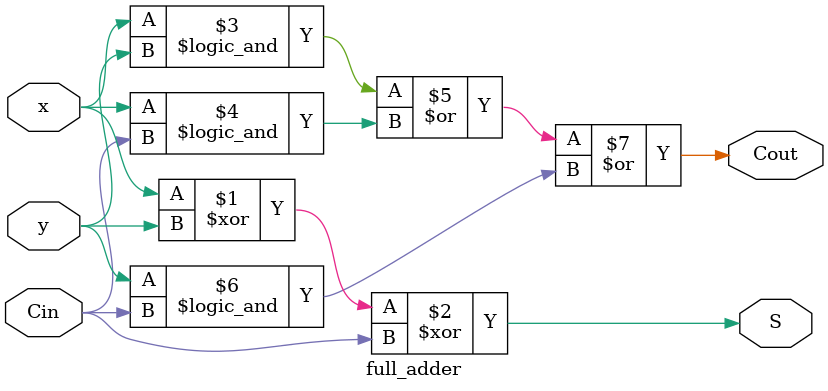
<source format=v>
module adder49 (A,B,Cin,S,Cout);
	input	[48:0]A,B;
	input	Cin;

	output	[48:0]S;
	output Cout;

	wire [47:0]temp;

	full_adder FA1(.x(A[0]),.y(B[0]),.Cin(0),.S(S[0]),.Cout(temp[0]));
	full_adder FA2(.x(A[1]),.y(B[1]),.Cin(temp[0]),.S(S[1]),.Cout(temp[1]));
	full_adder FA3(.x(A[2]),.y(B[2]),.Cin(temp[1]),.S(S[2]),.Cout(temp[2]));
	full_adder FA4(.x(A[3]),.y(B[3]),.Cin(temp[2]),.S(S[3]),.Cout(temp[3]));
	full_adder FA5(.x(A[4]),.y(B[4]),.Cin(temp[3]),.S(S[4]),.Cout(temp[4]));
	full_adder FA6(.x(A[5]),.y(B[5]),.Cin(temp[4]),.S(S[5]),.Cout(temp[5]));
	full_adder FA7(.x(A[6]),.y(B[6]),.Cin(temp[5]),.S(S[6]),.Cout(temp[6]));
	full_adder FA8(.x(A[7]),.y(B[7]),.Cin(temp[6]),.S(S[7]),.Cout(temp[7]));
	full_adder FA9(.x(A[8]),.y(B[8]),.Cin(temp[7]),.S(S[8]),.Cout(temp[8]));
	full_adder FA10(.x(A[9]),.y(B[9]),.Cin(temp[8]),.S(S[9]),.Cout(temp[9]));
	full_adder FA11(.x(A[10]),.y(B[10]),.Cin(temp[9]),.S(S[10]),.Cout(temp[10]));
	full_adder FA12(.x(A[11]),.y(B[11]),.Cin(temp[10]),.S(S[11]),.Cout(temp[11]));
	full_adder FA13(.x(A[12]),.y(B[12]),.Cin(temp[11]),.S(S[12]),.Cout(temp[12]));
	full_adder FA14(.x(A[13]),.y(B[13]),.Cin(temp[12]),.S(S[13]),.Cout(temp[13]));
	full_adder FA15(.x(A[14]),.y(B[14]),.Cin(temp[13]),.S(S[14]),.Cout(temp[14]));
	full_adder FA16(.x(A[15]),.y(B[15]),.Cin(temp[14]),.S(S[15]),.Cout(temp[15]));
	full_adder FA17(.x(A[16]),.y(B[16]),.Cin(temp[15]),.S(S[16]),.Cout(temp[16]));
	full_adder FA18(.x(A[17]),.y(B[17]),.Cin(temp[16]),.S(S[17]),.Cout(temp[17]));
	full_adder FA19(.x(A[18]),.y(B[18]),.Cin(temp[17]),.S(S[18]),.Cout(temp[18]));
	full_adder FA20(.x(A[19]),.y(B[19]),.Cin(temp[18]),.S(S[19]),.Cout(temp[19]));
	full_adder FA21(.x(A[20]),.y(B[20]),.Cin(temp[19]),.S(S[20]),.Cout(temp[20]));
	full_adder FA22(.x(A[21]),.y(B[21]),.Cin(temp[20]),.S(S[21]),.Cout(temp[21]));
	full_adder FA23(.x(A[22]),.y(B[22]),.Cin(temp[21]),.S(S[22]),.Cout(temp[22]));
	full_adder FA24(.x(A[23]),.y(B[23]),.Cin(temp[22]),.S(S[23]),.Cout(temp[23]));
	full_adder FA25(.x(A[24]),.y(B[24]),.Cin(temp[23]),.S(S[24]),.Cout(temp[24]));
	full_adder FA26(.x(A[25]),.y(B[25]),.Cin(temp[24]),.S(S[25]),.Cout(temp[25]));
	full_adder FA27(.x(A[26]),.y(B[26]),.Cin(temp[25]),.S(S[26]),.Cout(temp[26]));
	full_adder FA28(.x(A[27]),.y(B[27]),.Cin(temp[26]),.S(S[27]),.Cout(temp[27]));
	full_adder FA29(.x(A[28]),.y(B[28]),.Cin(temp[27]),.S(S[28]),.Cout(temp[28]));
	full_adder FA30(.x(A[29]),.y(B[29]),.Cin(temp[28]),.S(S[29]),.Cout(temp[29]));
	full_adder FA31(.x(A[30]),.y(B[30]),.Cin(temp[29]),.S(S[30]),.Cout(temp[30]));
	full_adder FA32(.x(A[31]),.y(B[31]),.Cin(temp[30]),.S(S[31]),.Cout(temp[31]));
	full_adder FA33(.x(A[32]),.y(B[32]),.Cin(temp[31]),.S(S[32]),.Cout(temp[32]));
	full_adder FA34(.x(A[33]),.y(B[33]),.Cin(temp[32]),.S(S[33]),.Cout(temp[33]));
	full_adder FA35(.x(A[34]),.y(B[34]),.Cin(temp[33]),.S(S[34]),.Cout(temp[34]));
	full_adder FA36(.x(A[35]),.y(B[35]),.Cin(temp[34]),.S(S[35]),.Cout(temp[35]));
	full_adder FA37(.x(A[36]),.y(B[36]),.Cin(temp[35]),.S(S[36]),.Cout(temp[36]));
	full_adder FA38(.x(A[37]),.y(B[37]),.Cin(temp[36]),.S(S[37]),.Cout(temp[37]));
	full_adder FA39(.x(A[38]),.y(B[38]),.Cin(temp[37]),.S(S[38]),.Cout(temp[38]));
	full_adder FA40(.x(A[39]),.y(B[39]),.Cin(temp[38]),.S(S[39]),.Cout(temp[39]));
	full_adder FA41(.x(A[40]),.y(B[40]),.Cin(temp[39]),.S(S[40]),.Cout(temp[40]));
	full_adder FA42(.x(A[41]),.y(B[41]),.Cin(temp[40]),.S(S[41]),.Cout(temp[41]));
	full_adder FA43(.x(A[42]),.y(B[42]),.Cin(temp[41]),.S(S[42]),.Cout(temp[42]));
	full_adder FA44(.x(A[43]),.y(B[43]),.Cin(temp[42]),.S(S[43]),.Cout(temp[43]));
	full_adder FA45(.x(A[44]),.y(B[44]),.Cin(temp[43]),.S(S[44]),.Cout(temp[44]));
	full_adder FA46(.x(A[45]),.y(B[45]),.Cin(temp[44]),.S(S[45]),.Cout(temp[45]));
	full_adder FA47(.x(A[46]),.y(B[46]),.Cin(temp[45]),.S(S[46]),.Cout(temp[46]));
	full_adder FA48(.x(A[47]),.y(B[47]),.Cin(temp[46]),.S(S[47]),.Cout(temp[47]));
	full_adder FA49(.x(A[48]),.y(B[48]),.Cin(temp[47]),.S(S[48]),.Cout(Cout));
endmodule
/////////////////////////////////////////////////////////////////////////////////////////////
module adder47 (A,B,Cin,S,Cout);
	input	[46:0]A,B;
	input	Cin;

	output	[46:0]S;
	output Cout;

	wire [45:0]temp;

	full_adder FA1(.x(A[0]),.y(B[0]),.Cin(0),.S(S[0]),.Cout(temp[0]));
	full_adder FA2(.x(A[1]),.y(B[1]),.Cin(temp[0]),.S(S[1]),.Cout(temp[1]));
	full_adder FA3(.x(A[2]),.y(B[2]),.Cin(temp[1]),.S(S[2]),.Cout(temp[2]));
	full_adder FA4(.x(A[3]),.y(B[3]),.Cin(temp[2]),.S(S[3]),.Cout(temp[3]));
	full_adder FA5(.x(A[4]),.y(B[4]),.Cin(temp[3]),.S(S[4]),.Cout(temp[4]));
	full_adder FA6(.x(A[5]),.y(B[5]),.Cin(temp[4]),.S(S[5]),.Cout(temp[5]));
	full_adder FA7(.x(A[6]),.y(B[6]),.Cin(temp[5]),.S(S[6]),.Cout(temp[6]));
	full_adder FA8(.x(A[7]),.y(B[7]),.Cin(temp[6]),.S(S[7]),.Cout(temp[7]));
	full_adder FA9(.x(A[8]),.y(B[8]),.Cin(temp[7]),.S(S[8]),.Cout(temp[8]));
	full_adder FA10(.x(A[9]),.y(B[9]),.Cin(temp[8]),.S(S[9]),.Cout(temp[9]));
	full_adder FA11(.x(A[10]),.y(B[10]),.Cin(temp[9]),.S(S[10]),.Cout(temp[10]));
	full_adder FA12(.x(A[11]),.y(B[11]),.Cin(temp[10]),.S(S[11]),.Cout(temp[11]));
	full_adder FA13(.x(A[12]),.y(B[12]),.Cin(temp[11]),.S(S[12]),.Cout(temp[12]));
	full_adder FA14(.x(A[13]),.y(B[13]),.Cin(temp[12]),.S(S[13]),.Cout(temp[13]));
	full_adder FA15(.x(A[14]),.y(B[14]),.Cin(temp[13]),.S(S[14]),.Cout(temp[14]));
	full_adder FA16(.x(A[15]),.y(B[15]),.Cin(temp[14]),.S(S[15]),.Cout(temp[15]));
	full_adder FA17(.x(A[16]),.y(B[16]),.Cin(temp[15]),.S(S[16]),.Cout(temp[16]));
	full_adder FA18(.x(A[17]),.y(B[17]),.Cin(temp[16]),.S(S[17]),.Cout(temp[17]));
	full_adder FA19(.x(A[18]),.y(B[18]),.Cin(temp[17]),.S(S[18]),.Cout(temp[18]));
	full_adder FA20(.x(A[19]),.y(B[19]),.Cin(temp[18]),.S(S[19]),.Cout(temp[19]));
	full_adder FA21(.x(A[20]),.y(B[20]),.Cin(temp[19]),.S(S[20]),.Cout(temp[20]));
	full_adder FA22(.x(A[21]),.y(B[21]),.Cin(temp[20]),.S(S[21]),.Cout(temp[21]));
	full_adder FA23(.x(A[22]),.y(B[22]),.Cin(temp[21]),.S(S[22]),.Cout(temp[22]));
	full_adder FA24(.x(A[23]),.y(B[23]),.Cin(temp[22]),.S(S[23]),.Cout(temp[23]));
	full_adder FA25(.x(A[24]),.y(B[24]),.Cin(temp[23]),.S(S[24]),.Cout(temp[24]));
	full_adder FA26(.x(A[25]),.y(B[25]),.Cin(temp[24]),.S(S[25]),.Cout(temp[25]));
	full_adder FA27(.x(A[26]),.y(B[26]),.Cin(temp[25]),.S(S[26]),.Cout(temp[26]));
	full_adder FA28(.x(A[27]),.y(B[27]),.Cin(temp[26]),.S(S[27]),.Cout(temp[27]));
	full_adder FA29(.x(A[28]),.y(B[28]),.Cin(temp[27]),.S(S[28]),.Cout(temp[28]));
	full_adder FA30(.x(A[29]),.y(B[29]),.Cin(temp[28]),.S(S[29]),.Cout(temp[29]));
	full_adder FA31(.x(A[30]),.y(B[30]),.Cin(temp[29]),.S(S[30]),.Cout(temp[30]));
	full_adder FA32(.x(A[31]),.y(B[31]),.Cin(temp[30]),.S(S[31]),.Cout(temp[31]));
	full_adder FA33(.x(A[32]),.y(B[32]),.Cin(temp[31]),.S(S[32]),.Cout(temp[32]));
	full_adder FA34(.x(A[33]),.y(B[33]),.Cin(temp[32]),.S(S[33]),.Cout(temp[33]));
	full_adder FA35(.x(A[34]),.y(B[34]),.Cin(temp[33]),.S(S[34]),.Cout(temp[34]));
	full_adder FA36(.x(A[35]),.y(B[35]),.Cin(temp[34]),.S(S[35]),.Cout(temp[35]));
	full_adder FA37(.x(A[36]),.y(B[36]),.Cin(temp[35]),.S(S[36]),.Cout(temp[36]));
	full_adder FA38(.x(A[37]),.y(B[37]),.Cin(temp[36]),.S(S[37]),.Cout(temp[37]));
	full_adder FA39(.x(A[38]),.y(B[38]),.Cin(temp[37]),.S(S[38]),.Cout(temp[38]));
	full_adder FA40(.x(A[39]),.y(B[39]),.Cin(temp[38]),.S(S[39]),.Cout(temp[39]));
	full_adder FA41(.x(A[40]),.y(B[40]),.Cin(temp[39]),.S(S[40]),.Cout(temp[40]));
	full_adder FA42(.x(A[41]),.y(B[41]),.Cin(temp[40]),.S(S[41]),.Cout(temp[41]));
	full_adder FA43(.x(A[42]),.y(B[42]),.Cin(temp[41]),.S(S[42]),.Cout(temp[42]));
	full_adder FA44(.x(A[43]),.y(B[43]),.Cin(temp[42]),.S(S[43]),.Cout(temp[43]));
	full_adder FA45(.x(A[44]),.y(B[44]),.Cin(temp[43]),.S(S[44]),.Cout(temp[44]));
	full_adder FA46(.x(A[45]),.y(B[45]),.Cin(temp[44]),.S(S[45]),.Cout(temp[45]));
	full_adder FA47(.x(A[46]),.y(B[46]),.Cin(temp[45]),.S(S[46]),.Cout(Cout));

endmodule
/////////////////////////////////////////////////////////////////////////////////////////////
module adder45 (A,B,Cin,S,Cout);
	input	[44:0]A,B;
	input	Cin;

	output	[44:0]S;
	output Cout;

	wire [43:0]temp;

	full_adder FA1(.x(A[0]),.y(B[0]),.Cin(0),.S(S[0]),.Cout(temp[0]));
	full_adder FA2(.x(A[1]),.y(B[1]),.Cin(temp[0]),.S(S[1]),.Cout(temp[1]));
	full_adder FA3(.x(A[2]),.y(B[2]),.Cin(temp[1]),.S(S[2]),.Cout(temp[2]));
	full_adder FA4(.x(A[3]),.y(B[3]),.Cin(temp[2]),.S(S[3]),.Cout(temp[3]));
	full_adder FA5(.x(A[4]),.y(B[4]),.Cin(temp[3]),.S(S[4]),.Cout(temp[4]));
	full_adder FA6(.x(A[5]),.y(B[5]),.Cin(temp[4]),.S(S[5]),.Cout(temp[5]));
	full_adder FA7(.x(A[6]),.y(B[6]),.Cin(temp[5]),.S(S[6]),.Cout(temp[6]));
	full_adder FA8(.x(A[7]),.y(B[7]),.Cin(temp[6]),.S(S[7]),.Cout(temp[7]));
	full_adder FA9(.x(A[8]),.y(B[8]),.Cin(temp[7]),.S(S[8]),.Cout(temp[8]));
	full_adder FA10(.x(A[9]),.y(B[9]),.Cin(temp[8]),.S(S[9]),.Cout(temp[9]));
	full_adder FA11(.x(A[10]),.y(B[10]),.Cin(temp[9]),.S(S[10]),.Cout(temp[10]));
	full_adder FA12(.x(A[11]),.y(B[11]),.Cin(temp[10]),.S(S[11]),.Cout(temp[11]));
	full_adder FA13(.x(A[12]),.y(B[12]),.Cin(temp[11]),.S(S[12]),.Cout(temp[12]));
	full_adder FA14(.x(A[13]),.y(B[13]),.Cin(temp[12]),.S(S[13]),.Cout(temp[13]));
	full_adder FA15(.x(A[14]),.y(B[14]),.Cin(temp[13]),.S(S[14]),.Cout(temp[14]));
	full_adder FA16(.x(A[15]),.y(B[15]),.Cin(temp[14]),.S(S[15]),.Cout(temp[15]));
	full_adder FA17(.x(A[16]),.y(B[16]),.Cin(temp[15]),.S(S[16]),.Cout(temp[16]));
	full_adder FA18(.x(A[17]),.y(B[17]),.Cin(temp[16]),.S(S[17]),.Cout(temp[17]));
	full_adder FA19(.x(A[18]),.y(B[18]),.Cin(temp[17]),.S(S[18]),.Cout(temp[18]));
	full_adder FA20(.x(A[19]),.y(B[19]),.Cin(temp[18]),.S(S[19]),.Cout(temp[19]));
	full_adder FA21(.x(A[20]),.y(B[20]),.Cin(temp[19]),.S(S[20]),.Cout(temp[20]));
	full_adder FA22(.x(A[21]),.y(B[21]),.Cin(temp[20]),.S(S[21]),.Cout(temp[21]));
	full_adder FA23(.x(A[22]),.y(B[22]),.Cin(temp[21]),.S(S[22]),.Cout(temp[22]));
	full_adder FA24(.x(A[23]),.y(B[23]),.Cin(temp[22]),.S(S[23]),.Cout(temp[23]));
	full_adder FA25(.x(A[24]),.y(B[24]),.Cin(temp[23]),.S(S[24]),.Cout(temp[24]));
	full_adder FA26(.x(A[25]),.y(B[25]),.Cin(temp[24]),.S(S[25]),.Cout(temp[25]));
	full_adder FA27(.x(A[26]),.y(B[26]),.Cin(temp[25]),.S(S[26]),.Cout(temp[26]));
	full_adder FA28(.x(A[27]),.y(B[27]),.Cin(temp[26]),.S(S[27]),.Cout(temp[27]));
	full_adder FA29(.x(A[28]),.y(B[28]),.Cin(temp[27]),.S(S[28]),.Cout(temp[28]));
	full_adder FA30(.x(A[29]),.y(B[29]),.Cin(temp[28]),.S(S[29]),.Cout(temp[29]));
	full_adder FA31(.x(A[30]),.y(B[30]),.Cin(temp[29]),.S(S[30]),.Cout(temp[30]));
	full_adder FA32(.x(A[31]),.y(B[31]),.Cin(temp[30]),.S(S[31]),.Cout(temp[31]));
	full_adder FA33(.x(A[32]),.y(B[32]),.Cin(temp[31]),.S(S[32]),.Cout(temp[32]));
	full_adder FA34(.x(A[33]),.y(B[33]),.Cin(temp[32]),.S(S[33]),.Cout(temp[33]));
	full_adder FA35(.x(A[34]),.y(B[34]),.Cin(temp[33]),.S(S[34]),.Cout(temp[34]));
	full_adder FA36(.x(A[35]),.y(B[35]),.Cin(temp[34]),.S(S[35]),.Cout(temp[35]));
	full_adder FA37(.x(A[36]),.y(B[36]),.Cin(temp[35]),.S(S[36]),.Cout(temp[36]));
	full_adder FA38(.x(A[37]),.y(B[37]),.Cin(temp[36]),.S(S[37]),.Cout(temp[37]));
	full_adder FA39(.x(A[38]),.y(B[38]),.Cin(temp[37]),.S(S[38]),.Cout(temp[38]));
	full_adder FA40(.x(A[39]),.y(B[39]),.Cin(temp[38]),.S(S[39]),.Cout(temp[39]));
	full_adder FA41(.x(A[40]),.y(B[40]),.Cin(temp[39]),.S(S[40]),.Cout(temp[40]));
	full_adder FA42(.x(A[41]),.y(B[41]),.Cin(temp[40]),.S(S[41]),.Cout(temp[41]));
	full_adder FA43(.x(A[42]),.y(B[42]),.Cin(temp[41]),.S(S[42]),.Cout(temp[42]));
	full_adder FA44(.x(A[43]),.y(B[43]),.Cin(temp[42]),.S(S[43]),.Cout(temp[43]));
	full_adder FA45(.x(A[44]),.y(B[44]),.Cin(temp[43]),.S(S[44]),.Cout(Cout));
endmodule
/////////////////////////////////////////////////////////////////////////////////////////////
module adder43 (A,B,Cin,S,Cout);
	input	[42:0]A,B;
	input	Cin;

	output	[42:0]S;
	output Cout;

	wire [41:0]temp;

	full_adder FA1(.x(A[0]),.y(B[0]),.Cin(0),.S(S[0]),.Cout(temp[0]));
	full_adder FA2(.x(A[1]),.y(B[1]),.Cin(temp[0]),.S(S[1]),.Cout(temp[1]));
	full_adder FA3(.x(A[2]),.y(B[2]),.Cin(temp[1]),.S(S[2]),.Cout(temp[2]));
	full_adder FA4(.x(A[3]),.y(B[3]),.Cin(temp[2]),.S(S[3]),.Cout(temp[3]));
	full_adder FA5(.x(A[4]),.y(B[4]),.Cin(temp[3]),.S(S[4]),.Cout(temp[4]));
	full_adder FA6(.x(A[5]),.y(B[5]),.Cin(temp[4]),.S(S[5]),.Cout(temp[5]));
	full_adder FA7(.x(A[6]),.y(B[6]),.Cin(temp[5]),.S(S[6]),.Cout(temp[6]));
	full_adder FA8(.x(A[7]),.y(B[7]),.Cin(temp[6]),.S(S[7]),.Cout(temp[7]));
	full_adder FA9(.x(A[8]),.y(B[8]),.Cin(temp[7]),.S(S[8]),.Cout(temp[8]));
	full_adder FA10(.x(A[9]),.y(B[9]),.Cin(temp[8]),.S(S[9]),.Cout(temp[9]));
	full_adder FA11(.x(A[10]),.y(B[10]),.Cin(temp[9]),.S(S[10]),.Cout(temp[10]));
	full_adder FA12(.x(A[11]),.y(B[11]),.Cin(temp[10]),.S(S[11]),.Cout(temp[11]));
	full_adder FA13(.x(A[12]),.y(B[12]),.Cin(temp[11]),.S(S[12]),.Cout(temp[12]));
	full_adder FA14(.x(A[13]),.y(B[13]),.Cin(temp[12]),.S(S[13]),.Cout(temp[13]));
	full_adder FA15(.x(A[14]),.y(B[14]),.Cin(temp[13]),.S(S[14]),.Cout(temp[14]));
	full_adder FA16(.x(A[15]),.y(B[15]),.Cin(temp[14]),.S(S[15]),.Cout(temp[15]));
	full_adder FA17(.x(A[16]),.y(B[16]),.Cin(temp[15]),.S(S[16]),.Cout(temp[16]));
	full_adder FA18(.x(A[17]),.y(B[17]),.Cin(temp[16]),.S(S[17]),.Cout(temp[17]));
	full_adder FA19(.x(A[18]),.y(B[18]),.Cin(temp[17]),.S(S[18]),.Cout(temp[18]));
	full_adder FA20(.x(A[19]),.y(B[19]),.Cin(temp[18]),.S(S[19]),.Cout(temp[19]));
	full_adder FA21(.x(A[20]),.y(B[20]),.Cin(temp[19]),.S(S[20]),.Cout(temp[20]));
	full_adder FA22(.x(A[21]),.y(B[21]),.Cin(temp[20]),.S(S[21]),.Cout(temp[21]));
	full_adder FA23(.x(A[22]),.y(B[22]),.Cin(temp[21]),.S(S[22]),.Cout(temp[22]));
	full_adder FA24(.x(A[23]),.y(B[23]),.Cin(temp[22]),.S(S[23]),.Cout(temp[23]));
	full_adder FA25(.x(A[24]),.y(B[24]),.Cin(temp[23]),.S(S[24]),.Cout(temp[24]));
	full_adder FA26(.x(A[25]),.y(B[25]),.Cin(temp[24]),.S(S[25]),.Cout(temp[25]));
	full_adder FA27(.x(A[26]),.y(B[26]),.Cin(temp[25]),.S(S[26]),.Cout(temp[26]));
	full_adder FA28(.x(A[27]),.y(B[27]),.Cin(temp[26]),.S(S[27]),.Cout(temp[27]));
	full_adder FA29(.x(A[28]),.y(B[28]),.Cin(temp[27]),.S(S[28]),.Cout(temp[28]));
	full_adder FA30(.x(A[29]),.y(B[29]),.Cin(temp[28]),.S(S[29]),.Cout(temp[29]));
	full_adder FA31(.x(A[30]),.y(B[30]),.Cin(temp[29]),.S(S[30]),.Cout(temp[30]));
	full_adder FA32(.x(A[31]),.y(B[31]),.Cin(temp[30]),.S(S[31]),.Cout(temp[31]));
	full_adder FA33(.x(A[32]),.y(B[32]),.Cin(temp[31]),.S(S[32]),.Cout(temp[32]));
	full_adder FA34(.x(A[33]),.y(B[33]),.Cin(temp[32]),.S(S[33]),.Cout(temp[33]));
	full_adder FA35(.x(A[34]),.y(B[34]),.Cin(temp[33]),.S(S[34]),.Cout(temp[34]));
	full_adder FA36(.x(A[35]),.y(B[35]),.Cin(temp[34]),.S(S[35]),.Cout(temp[35]));
	full_adder FA37(.x(A[36]),.y(B[36]),.Cin(temp[35]),.S(S[36]),.Cout(temp[36]));
	full_adder FA38(.x(A[37]),.y(B[37]),.Cin(temp[36]),.S(S[37]),.Cout(temp[37]));
	full_adder FA39(.x(A[38]),.y(B[38]),.Cin(temp[37]),.S(S[38]),.Cout(temp[38]));
	full_adder FA40(.x(A[39]),.y(B[39]),.Cin(temp[38]),.S(S[39]),.Cout(temp[39]));
	full_adder FA41(.x(A[40]),.y(B[40]),.Cin(temp[39]),.S(S[40]),.Cout(temp[40]));
	full_adder FA42(.x(A[41]),.y(B[41]),.Cin(temp[40]),.S(S[41]),.Cout(temp[41]));
	full_adder FA43(.x(A[42]),.y(B[42]),.Cin(temp[41]),.S(S[42]),.Cout(Cout));
endmodule
/////////////////////////////////////////////////////////////////////////////////////////////
module adder41 (A,B,Cin,S,Cout);
	input	[40:0]A,B;
	input	Cin;

	output	[40:0]S;
	output Cout;

	wire [39:0]temp;

	full_adder FA1(.x(A[0]),.y(B[0]),.Cin(0),.S(S[0]),.Cout(temp[0]));
	full_adder FA2(.x(A[1]),.y(B[1]),.Cin(temp[0]),.S(S[1]),.Cout(temp[1]));
	full_adder FA3(.x(A[2]),.y(B[2]),.Cin(temp[1]),.S(S[2]),.Cout(temp[2]));
	full_adder FA4(.x(A[3]),.y(B[3]),.Cin(temp[2]),.S(S[3]),.Cout(temp[3]));
	full_adder FA5(.x(A[4]),.y(B[4]),.Cin(temp[3]),.S(S[4]),.Cout(temp[4]));
	full_adder FA6(.x(A[5]),.y(B[5]),.Cin(temp[4]),.S(S[5]),.Cout(temp[5]));
	full_adder FA7(.x(A[6]),.y(B[6]),.Cin(temp[5]),.S(S[6]),.Cout(temp[6]));
	full_adder FA8(.x(A[7]),.y(B[7]),.Cin(temp[6]),.S(S[7]),.Cout(temp[7]));
	full_adder FA9(.x(A[8]),.y(B[8]),.Cin(temp[7]),.S(S[8]),.Cout(temp[8]));
	full_adder FA10(.x(A[9]),.y(B[9]),.Cin(temp[8]),.S(S[9]),.Cout(temp[9]));
	full_adder FA11(.x(A[10]),.y(B[10]),.Cin(temp[9]),.S(S[10]),.Cout(temp[10]));
	full_adder FA12(.x(A[11]),.y(B[11]),.Cin(temp[10]),.S(S[11]),.Cout(temp[11]));
	full_adder FA13(.x(A[12]),.y(B[12]),.Cin(temp[11]),.S(S[12]),.Cout(temp[12]));
	full_adder FA14(.x(A[13]),.y(B[13]),.Cin(temp[12]),.S(S[13]),.Cout(temp[13]));
	full_adder FA15(.x(A[14]),.y(B[14]),.Cin(temp[13]),.S(S[14]),.Cout(temp[14]));
	full_adder FA16(.x(A[15]),.y(B[15]),.Cin(temp[14]),.S(S[15]),.Cout(temp[15]));
	full_adder FA17(.x(A[16]),.y(B[16]),.Cin(temp[15]),.S(S[16]),.Cout(temp[16]));
	full_adder FA18(.x(A[17]),.y(B[17]),.Cin(temp[16]),.S(S[17]),.Cout(temp[17]));
	full_adder FA19(.x(A[18]),.y(B[18]),.Cin(temp[17]),.S(S[18]),.Cout(temp[18]));
	full_adder FA20(.x(A[19]),.y(B[19]),.Cin(temp[18]),.S(S[19]),.Cout(temp[19]));
	full_adder FA21(.x(A[20]),.y(B[20]),.Cin(temp[19]),.S(S[20]),.Cout(temp[20]));
	full_adder FA22(.x(A[21]),.y(B[21]),.Cin(temp[20]),.S(S[21]),.Cout(temp[21]));
	full_adder FA23(.x(A[22]),.y(B[22]),.Cin(temp[21]),.S(S[22]),.Cout(temp[22]));
	full_adder FA24(.x(A[23]),.y(B[23]),.Cin(temp[22]),.S(S[23]),.Cout(temp[23]));
	full_adder FA25(.x(A[24]),.y(B[24]),.Cin(temp[23]),.S(S[24]),.Cout(temp[24]));
	full_adder FA26(.x(A[25]),.y(B[25]),.Cin(temp[24]),.S(S[25]),.Cout(temp[25]));
	full_adder FA27(.x(A[26]),.y(B[26]),.Cin(temp[25]),.S(S[26]),.Cout(temp[26]));
	full_adder FA28(.x(A[27]),.y(B[27]),.Cin(temp[26]),.S(S[27]),.Cout(temp[27]));
	full_adder FA29(.x(A[28]),.y(B[28]),.Cin(temp[27]),.S(S[28]),.Cout(temp[28]));
	full_adder FA30(.x(A[29]),.y(B[29]),.Cin(temp[28]),.S(S[29]),.Cout(temp[29]));
	full_adder FA31(.x(A[30]),.y(B[30]),.Cin(temp[29]),.S(S[30]),.Cout(temp[30]));
	full_adder FA32(.x(A[31]),.y(B[31]),.Cin(temp[30]),.S(S[31]),.Cout(temp[31]));
	full_adder FA33(.x(A[32]),.y(B[32]),.Cin(temp[31]),.S(S[32]),.Cout(temp[32]));
	full_adder FA34(.x(A[33]),.y(B[33]),.Cin(temp[32]),.S(S[33]),.Cout(temp[33]));
	full_adder FA35(.x(A[34]),.y(B[34]),.Cin(temp[33]),.S(S[34]),.Cout(temp[34]));
	full_adder FA36(.x(A[35]),.y(B[35]),.Cin(temp[34]),.S(S[35]),.Cout(temp[35]));
	full_adder FA37(.x(A[36]),.y(B[36]),.Cin(temp[35]),.S(S[36]),.Cout(temp[36]));
	full_adder FA38(.x(A[37]),.y(B[37]),.Cin(temp[36]),.S(S[37]),.Cout(temp[37]));
	full_adder FA39(.x(A[38]),.y(B[38]),.Cin(temp[37]),.S(S[38]),.Cout(temp[38]));
	full_adder FA40(.x(A[39]),.y(B[39]),.Cin(temp[38]),.S(S[39]),.Cout(temp[39]));
	full_adder FA41(.x(A[40]),.y(B[40]),.Cin(temp[39]),.S(S[40]),.Cout(Cout));
endmodule
/////////////////////////////////////////////////////////////////////////////////////////////
module adder39 (A,B,Cin,S,Cout);
	input	[38:0]A,B;
	input	Cin;

	output	[38:0]S;
	output Cout;

	wire [37:0]temp;

	full_adder FA1(.x(A[0]),.y(B[0]),.Cin(0),.S(S[0]),.Cout(temp[0]));
	full_adder FA2(.x(A[1]),.y(B[1]),.Cin(temp[0]),.S(S[1]),.Cout(temp[1]));
	full_adder FA3(.x(A[2]),.y(B[2]),.Cin(temp[1]),.S(S[2]),.Cout(temp[2]));
	full_adder FA4(.x(A[3]),.y(B[3]),.Cin(temp[2]),.S(S[3]),.Cout(temp[3]));
	full_adder FA5(.x(A[4]),.y(B[4]),.Cin(temp[3]),.S(S[4]),.Cout(temp[4]));
	full_adder FA6(.x(A[5]),.y(B[5]),.Cin(temp[4]),.S(S[5]),.Cout(temp[5]));
	full_adder FA7(.x(A[6]),.y(B[6]),.Cin(temp[5]),.S(S[6]),.Cout(temp[6]));
	full_adder FA8(.x(A[7]),.y(B[7]),.Cin(temp[6]),.S(S[7]),.Cout(temp[7]));
	full_adder FA9(.x(A[8]),.y(B[8]),.Cin(temp[7]),.S(S[8]),.Cout(temp[8]));
	full_adder FA10(.x(A[9]),.y(B[9]),.Cin(temp[8]),.S(S[9]),.Cout(temp[9]));
	full_adder FA11(.x(A[10]),.y(B[10]),.Cin(temp[9]),.S(S[10]),.Cout(temp[10]));
	full_adder FA12(.x(A[11]),.y(B[11]),.Cin(temp[10]),.S(S[11]),.Cout(temp[11]));
	full_adder FA13(.x(A[12]),.y(B[12]),.Cin(temp[11]),.S(S[12]),.Cout(temp[12]));
	full_adder FA14(.x(A[13]),.y(B[13]),.Cin(temp[12]),.S(S[13]),.Cout(temp[13]));
	full_adder FA15(.x(A[14]),.y(B[14]),.Cin(temp[13]),.S(S[14]),.Cout(temp[14]));
	full_adder FA16(.x(A[15]),.y(B[15]),.Cin(temp[14]),.S(S[15]),.Cout(temp[15]));
	full_adder FA17(.x(A[16]),.y(B[16]),.Cin(temp[15]),.S(S[16]),.Cout(temp[16]));
	full_adder FA18(.x(A[17]),.y(B[17]),.Cin(temp[16]),.S(S[17]),.Cout(temp[17]));
	full_adder FA19(.x(A[18]),.y(B[18]),.Cin(temp[17]),.S(S[18]),.Cout(temp[18]));
	full_adder FA20(.x(A[19]),.y(B[19]),.Cin(temp[18]),.S(S[19]),.Cout(temp[19]));
	full_adder FA21(.x(A[20]),.y(B[20]),.Cin(temp[19]),.S(S[20]),.Cout(temp[20]));
	full_adder FA22(.x(A[21]),.y(B[21]),.Cin(temp[20]),.S(S[21]),.Cout(temp[21]));
	full_adder FA23(.x(A[22]),.y(B[22]),.Cin(temp[21]),.S(S[22]),.Cout(temp[22]));
	full_adder FA24(.x(A[23]),.y(B[23]),.Cin(temp[22]),.S(S[23]),.Cout(temp[23]));
	full_adder FA25(.x(A[24]),.y(B[24]),.Cin(temp[23]),.S(S[24]),.Cout(temp[24]));
	full_adder FA26(.x(A[25]),.y(B[25]),.Cin(temp[24]),.S(S[25]),.Cout(temp[25]));
	full_adder FA27(.x(A[26]),.y(B[26]),.Cin(temp[25]),.S(S[26]),.Cout(temp[26]));
	full_adder FA28(.x(A[27]),.y(B[27]),.Cin(temp[26]),.S(S[27]),.Cout(temp[27]));
	full_adder FA29(.x(A[28]),.y(B[28]),.Cin(temp[27]),.S(S[28]),.Cout(temp[28]));
	full_adder FA30(.x(A[29]),.y(B[29]),.Cin(temp[28]),.S(S[29]),.Cout(temp[29]));
	full_adder FA31(.x(A[30]),.y(B[30]),.Cin(temp[29]),.S(S[30]),.Cout(temp[30]));
	full_adder FA32(.x(A[31]),.y(B[31]),.Cin(temp[30]),.S(S[31]),.Cout(temp[31]));
	full_adder FA33(.x(A[32]),.y(B[32]),.Cin(temp[31]),.S(S[32]),.Cout(temp[32]));
	full_adder FA34(.x(A[33]),.y(B[33]),.Cin(temp[32]),.S(S[33]),.Cout(temp[33]));
	full_adder FA35(.x(A[34]),.y(B[34]),.Cin(temp[33]),.S(S[34]),.Cout(temp[34]));
	full_adder FA36(.x(A[35]),.y(B[35]),.Cin(temp[34]),.S(S[35]),.Cout(temp[35]));
	full_adder FA37(.x(A[36]),.y(B[36]),.Cin(temp[35]),.S(S[36]),.Cout(temp[36]));
	full_adder FA38(.x(A[37]),.y(B[37]),.Cin(temp[36]),.S(S[37]),.Cout(temp[37]));
	full_adder FA39(.x(A[38]),.y(B[38]),.Cin(temp[37]),.S(S[38]),.Cout(Cout));
endmodule
/////////////////////////////////////////////////////////////////////////////////////////////
module adder37 (A,B,Cin,S,Cout);
	input	[36:0]A,B;
	input	Cin;

	output	[36:0]S;
	output Cout;

	wire [35:0]temp;

	full_adder FA1(.x(A[0]),.y(B[0]),.Cin(0),.S(S[0]),.Cout(temp[0]));
	full_adder FA2(.x(A[1]),.y(B[1]),.Cin(temp[0]),.S(S[1]),.Cout(temp[1]));
	full_adder FA3(.x(A[2]),.y(B[2]),.Cin(temp[1]),.S(S[2]),.Cout(temp[2]));
	full_adder FA4(.x(A[3]),.y(B[3]),.Cin(temp[2]),.S(S[3]),.Cout(temp[3]));
	full_adder FA5(.x(A[4]),.y(B[4]),.Cin(temp[3]),.S(S[4]),.Cout(temp[4]));
	full_adder FA6(.x(A[5]),.y(B[5]),.Cin(temp[4]),.S(S[5]),.Cout(temp[5]));
	full_adder FA7(.x(A[6]),.y(B[6]),.Cin(temp[5]),.S(S[6]),.Cout(temp[6]));
	full_adder FA8(.x(A[7]),.y(B[7]),.Cin(temp[6]),.S(S[7]),.Cout(temp[7]));
	full_adder FA9(.x(A[8]),.y(B[8]),.Cin(temp[7]),.S(S[8]),.Cout(temp[8]));
	full_adder FA10(.x(A[9]),.y(B[9]),.Cin(temp[8]),.S(S[9]),.Cout(temp[9]));
	full_adder FA11(.x(A[10]),.y(B[10]),.Cin(temp[9]),.S(S[10]),.Cout(temp[10]));
	full_adder FA12(.x(A[11]),.y(B[11]),.Cin(temp[10]),.S(S[11]),.Cout(temp[11]));
	full_adder FA13(.x(A[12]),.y(B[12]),.Cin(temp[11]),.S(S[12]),.Cout(temp[12]));
	full_adder FA14(.x(A[13]),.y(B[13]),.Cin(temp[12]),.S(S[13]),.Cout(temp[13]));
	full_adder FA15(.x(A[14]),.y(B[14]),.Cin(temp[13]),.S(S[14]),.Cout(temp[14]));
	full_adder FA16(.x(A[15]),.y(B[15]),.Cin(temp[14]),.S(S[15]),.Cout(temp[15]));
	full_adder FA17(.x(A[16]),.y(B[16]),.Cin(temp[15]),.S(S[16]),.Cout(temp[16]));
	full_adder FA18(.x(A[17]),.y(B[17]),.Cin(temp[16]),.S(S[17]),.Cout(temp[17]));
	full_adder FA19(.x(A[18]),.y(B[18]),.Cin(temp[17]),.S(S[18]),.Cout(temp[18]));
	full_adder FA20(.x(A[19]),.y(B[19]),.Cin(temp[18]),.S(S[19]),.Cout(temp[19]));
	full_adder FA21(.x(A[20]),.y(B[20]),.Cin(temp[19]),.S(S[20]),.Cout(temp[20]));
	full_adder FA22(.x(A[21]),.y(B[21]),.Cin(temp[20]),.S(S[21]),.Cout(temp[21]));
	full_adder FA23(.x(A[22]),.y(B[22]),.Cin(temp[21]),.S(S[22]),.Cout(temp[22]));
	full_adder FA24(.x(A[23]),.y(B[23]),.Cin(temp[22]),.S(S[23]),.Cout(temp[23]));
	full_adder FA25(.x(A[24]),.y(B[24]),.Cin(temp[23]),.S(S[24]),.Cout(temp[24]));
	full_adder FA26(.x(A[25]),.y(B[25]),.Cin(temp[24]),.S(S[25]),.Cout(temp[25]));
	full_adder FA27(.x(A[26]),.y(B[26]),.Cin(temp[25]),.S(S[26]),.Cout(temp[26]));
	full_adder FA28(.x(A[27]),.y(B[27]),.Cin(temp[26]),.S(S[27]),.Cout(temp[27]));
	full_adder FA29(.x(A[28]),.y(B[28]),.Cin(temp[27]),.S(S[28]),.Cout(temp[28]));
	full_adder FA30(.x(A[29]),.y(B[29]),.Cin(temp[28]),.S(S[29]),.Cout(temp[29]));
	full_adder FA31(.x(A[30]),.y(B[30]),.Cin(temp[29]),.S(S[30]),.Cout(temp[30]));
	full_adder FA32(.x(A[31]),.y(B[31]),.Cin(temp[30]),.S(S[31]),.Cout(temp[31]));
	full_adder FA33(.x(A[32]),.y(B[32]),.Cin(temp[31]),.S(S[32]),.Cout(temp[32]));
	full_adder FA34(.x(A[33]),.y(B[33]),.Cin(temp[32]),.S(S[33]),.Cout(temp[33]));
	full_adder FA35(.x(A[34]),.y(B[34]),.Cin(temp[33]),.S(S[34]),.Cout(temp[34]));
	full_adder FA36(.x(A[35]),.y(B[35]),.Cin(temp[34]),.S(S[35]),.Cout(temp[35]));
	full_adder FA37(.x(A[36]),.y(B[36]),.Cin(temp[35]),.S(S[36]),.Cout(Cout));
endmodule
/////////////////////////////////////////////////////////////////////////////////////////////
module adder35 (A,B,Cin,S,Cout);
	input	[34:0]A,B;
	input	Cin;

	output	[34:0]S;
	output Cout;

	wire [33:0]temp;

	full_adder FA1(.x(A[0]),.y(B[0]),.Cin(0),.S(S[0]),.Cout(temp[0]));
	full_adder FA2(.x(A[1]),.y(B[1]),.Cin(temp[0]),.S(S[1]),.Cout(temp[1]));
	full_adder FA3(.x(A[2]),.y(B[2]),.Cin(temp[1]),.S(S[2]),.Cout(temp[2]));
	full_adder FA4(.x(A[3]),.y(B[3]),.Cin(temp[2]),.S(S[3]),.Cout(temp[3]));
	full_adder FA5(.x(A[4]),.y(B[4]),.Cin(temp[3]),.S(S[4]),.Cout(temp[4]));
	full_adder FA6(.x(A[5]),.y(B[5]),.Cin(temp[4]),.S(S[5]),.Cout(temp[5]));
	full_adder FA7(.x(A[6]),.y(B[6]),.Cin(temp[5]),.S(S[6]),.Cout(temp[6]));
	full_adder FA8(.x(A[7]),.y(B[7]),.Cin(temp[6]),.S(S[7]),.Cout(temp[7]));
	full_adder FA9(.x(A[8]),.y(B[8]),.Cin(temp[7]),.S(S[8]),.Cout(temp[8]));
	full_adder FA10(.x(A[9]),.y(B[9]),.Cin(temp[8]),.S(S[9]),.Cout(temp[9]));
	full_adder FA11(.x(A[10]),.y(B[10]),.Cin(temp[9]),.S(S[10]),.Cout(temp[10]));
	full_adder FA12(.x(A[11]),.y(B[11]),.Cin(temp[10]),.S(S[11]),.Cout(temp[11]));
	full_adder FA13(.x(A[12]),.y(B[12]),.Cin(temp[11]),.S(S[12]),.Cout(temp[12]));
	full_adder FA14(.x(A[13]),.y(B[13]),.Cin(temp[12]),.S(S[13]),.Cout(temp[13]));
	full_adder FA15(.x(A[14]),.y(B[14]),.Cin(temp[13]),.S(S[14]),.Cout(temp[14]));
	full_adder FA16(.x(A[15]),.y(B[15]),.Cin(temp[14]),.S(S[15]),.Cout(temp[15]));
	full_adder FA17(.x(A[16]),.y(B[16]),.Cin(temp[15]),.S(S[16]),.Cout(temp[16]));
	full_adder FA18(.x(A[17]),.y(B[17]),.Cin(temp[16]),.S(S[17]),.Cout(temp[17]));
	full_adder FA19(.x(A[18]),.y(B[18]),.Cin(temp[17]),.S(S[18]),.Cout(temp[18]));
	full_adder FA20(.x(A[19]),.y(B[19]),.Cin(temp[18]),.S(S[19]),.Cout(temp[19]));
	full_adder FA21(.x(A[20]),.y(B[20]),.Cin(temp[19]),.S(S[20]),.Cout(temp[20]));
	full_adder FA22(.x(A[21]),.y(B[21]),.Cin(temp[20]),.S(S[21]),.Cout(temp[21]));
	full_adder FA23(.x(A[22]),.y(B[22]),.Cin(temp[21]),.S(S[22]),.Cout(temp[22]));
	full_adder FA24(.x(A[23]),.y(B[23]),.Cin(temp[22]),.S(S[23]),.Cout(temp[23]));
	full_adder FA25(.x(A[24]),.y(B[24]),.Cin(temp[23]),.S(S[24]),.Cout(temp[24]));
	full_adder FA26(.x(A[25]),.y(B[25]),.Cin(temp[24]),.S(S[25]),.Cout(temp[25]));
	full_adder FA27(.x(A[26]),.y(B[26]),.Cin(temp[25]),.S(S[26]),.Cout(temp[26]));
	full_adder FA28(.x(A[27]),.y(B[27]),.Cin(temp[26]),.S(S[27]),.Cout(temp[27]));
	full_adder FA29(.x(A[28]),.y(B[28]),.Cin(temp[27]),.S(S[28]),.Cout(temp[28]));
	full_adder FA30(.x(A[29]),.y(B[29]),.Cin(temp[28]),.S(S[29]),.Cout(temp[29]));
	full_adder FA31(.x(A[30]),.y(B[30]),.Cin(temp[29]),.S(S[30]),.Cout(temp[30]));
	full_adder FA32(.x(A[31]),.y(B[31]),.Cin(temp[30]),.S(S[31]),.Cout(temp[31]));
	full_adder FA33(.x(A[32]),.y(B[32]),.Cin(temp[31]),.S(S[32]),.Cout(temp[32]));
	full_adder FA34(.x(A[33]),.y(B[33]),.Cin(temp[32]),.S(S[33]),.Cout(temp[33]));
	full_adder FA35(.x(A[34]),.y(B[34]),.Cin(temp[33]),.S(S[34]),.Cout(Cout));
endmodule
/////////////////////////////////////////////////////////////////////////////////////////////
module adder33 (A,B,Cin,S,Cout);
	input	[32:0]A,B;
	input	Cin;

	output	[32:0]S;
	output Cout;

	wire [31:0]temp;

	full_adder FA1(.x(A[0]),.y(B[0]),.Cin(0),.S(S[0]),.Cout(temp[0]));
	full_adder FA2(.x(A[1]),.y(B[1]),.Cin(temp[0]),.S(S[1]),.Cout(temp[1]));
	full_adder FA3(.x(A[2]),.y(B[2]),.Cin(temp[1]),.S(S[2]),.Cout(temp[2]));
	full_adder FA4(.x(A[3]),.y(B[3]),.Cin(temp[2]),.S(S[3]),.Cout(temp[3]));
	full_adder FA5(.x(A[4]),.y(B[4]),.Cin(temp[3]),.S(S[4]),.Cout(temp[4]));
	full_adder FA6(.x(A[5]),.y(B[5]),.Cin(temp[4]),.S(S[5]),.Cout(temp[5]));
	full_adder FA7(.x(A[6]),.y(B[6]),.Cin(temp[5]),.S(S[6]),.Cout(temp[6]));
	full_adder FA8(.x(A[7]),.y(B[7]),.Cin(temp[6]),.S(S[7]),.Cout(temp[7]));
	full_adder FA9(.x(A[8]),.y(B[8]),.Cin(temp[7]),.S(S[8]),.Cout(temp[8]));
	full_adder FA10(.x(A[9]),.y(B[9]),.Cin(temp[8]),.S(S[9]),.Cout(temp[9]));
	full_adder FA11(.x(A[10]),.y(B[10]),.Cin(temp[9]),.S(S[10]),.Cout(temp[10]));
	full_adder FA12(.x(A[11]),.y(B[11]),.Cin(temp[10]),.S(S[11]),.Cout(temp[11]));
	full_adder FA13(.x(A[12]),.y(B[12]),.Cin(temp[11]),.S(S[12]),.Cout(temp[12]));
	full_adder FA14(.x(A[13]),.y(B[13]),.Cin(temp[12]),.S(S[13]),.Cout(temp[13]));
	full_adder FA15(.x(A[14]),.y(B[14]),.Cin(temp[13]),.S(S[14]),.Cout(temp[14]));
	full_adder FA16(.x(A[15]),.y(B[15]),.Cin(temp[14]),.S(S[15]),.Cout(temp[15]));
	full_adder FA17(.x(A[16]),.y(B[16]),.Cin(temp[15]),.S(S[16]),.Cout(temp[16]));
	full_adder FA18(.x(A[17]),.y(B[17]),.Cin(temp[16]),.S(S[17]),.Cout(temp[17]));
	full_adder FA19(.x(A[18]),.y(B[18]),.Cin(temp[17]),.S(S[18]),.Cout(temp[18]));
	full_adder FA20(.x(A[19]),.y(B[19]),.Cin(temp[18]),.S(S[19]),.Cout(temp[19]));
	full_adder FA21(.x(A[20]),.y(B[20]),.Cin(temp[19]),.S(S[20]),.Cout(temp[20]));
	full_adder FA22(.x(A[21]),.y(B[21]),.Cin(temp[20]),.S(S[21]),.Cout(temp[21]));
	full_adder FA23(.x(A[22]),.y(B[22]),.Cin(temp[21]),.S(S[22]),.Cout(temp[22]));
	full_adder FA24(.x(A[23]),.y(B[23]),.Cin(temp[22]),.S(S[23]),.Cout(temp[23]));
	full_adder FA25(.x(A[24]),.y(B[24]),.Cin(temp[23]),.S(S[24]),.Cout(temp[24]));
	full_adder FA26(.x(A[25]),.y(B[25]),.Cin(temp[24]),.S(S[25]),.Cout(temp[25]));
	full_adder FA27(.x(A[26]),.y(B[26]),.Cin(temp[25]),.S(S[26]),.Cout(temp[26]));
	full_adder FA28(.x(A[27]),.y(B[27]),.Cin(temp[26]),.S(S[27]),.Cout(temp[27]));
	full_adder FA29(.x(A[28]),.y(B[28]),.Cin(temp[27]),.S(S[28]),.Cout(temp[28]));
	full_adder FA30(.x(A[29]),.y(B[29]),.Cin(temp[28]),.S(S[29]),.Cout(temp[29]));
	full_adder FA31(.x(A[30]),.y(B[30]),.Cin(temp[29]),.S(S[30]),.Cout(temp[30]));
	full_adder FA32(.x(A[31]),.y(B[31]),.Cin(temp[30]),.S(S[31]),.Cout(temp[31]));
	full_adder FA33(.x(A[32]),.y(B[32]),.Cin(temp[31]),.S(S[32]),.Cout(Cout));
endmodule
/////////////////////////////////////////////////////////////////////////////////////////////
module adder31 (A,B,Cin,S,Cout);
	input	[30:0]A,B;
	input	Cin;

	output	[30:0]S;
	output Cout;

	wire [29:0]temp;

	full_adder FA1(.x(A[0]),.y(B[0]),.Cin(0),.S(S[0]),.Cout(temp[0]));
	full_adder FA2(.x(A[1]),.y(B[1]),.Cin(temp[0]),.S(S[1]),.Cout(temp[1]));
	full_adder FA3(.x(A[2]),.y(B[2]),.Cin(temp[1]),.S(S[2]),.Cout(temp[2]));
	full_adder FA4(.x(A[3]),.y(B[3]),.Cin(temp[2]),.S(S[3]),.Cout(temp[3]));
	full_adder FA5(.x(A[4]),.y(B[4]),.Cin(temp[3]),.S(S[4]),.Cout(temp[4]));
	full_adder FA6(.x(A[5]),.y(B[5]),.Cin(temp[4]),.S(S[5]),.Cout(temp[5]));
	full_adder FA7(.x(A[6]),.y(B[6]),.Cin(temp[5]),.S(S[6]),.Cout(temp[6]));
	full_adder FA8(.x(A[7]),.y(B[7]),.Cin(temp[6]),.S(S[7]),.Cout(temp[7]));
	full_adder FA9(.x(A[8]),.y(B[8]),.Cin(temp[7]),.S(S[8]),.Cout(temp[8]));
	full_adder FA10(.x(A[9]),.y(B[9]),.Cin(temp[8]),.S(S[9]),.Cout(temp[9]));
	full_adder FA11(.x(A[10]),.y(B[10]),.Cin(temp[9]),.S(S[10]),.Cout(temp[10]));
	full_adder FA12(.x(A[11]),.y(B[11]),.Cin(temp[10]),.S(S[11]),.Cout(temp[11]));
	full_adder FA13(.x(A[12]),.y(B[12]),.Cin(temp[11]),.S(S[12]),.Cout(temp[12]));
	full_adder FA14(.x(A[13]),.y(B[13]),.Cin(temp[12]),.S(S[13]),.Cout(temp[13]));
	full_adder FA15(.x(A[14]),.y(B[14]),.Cin(temp[13]),.S(S[14]),.Cout(temp[14]));
	full_adder FA16(.x(A[15]),.y(B[15]),.Cin(temp[14]),.S(S[15]),.Cout(temp[15]));
	full_adder FA17(.x(A[16]),.y(B[16]),.Cin(temp[15]),.S(S[16]),.Cout(temp[16]));
	full_adder FA18(.x(A[17]),.y(B[17]),.Cin(temp[16]),.S(S[17]),.Cout(temp[17]));
	full_adder FA19(.x(A[18]),.y(B[18]),.Cin(temp[17]),.S(S[18]),.Cout(temp[18]));
	full_adder FA20(.x(A[19]),.y(B[19]),.Cin(temp[18]),.S(S[19]),.Cout(temp[19]));
	full_adder FA21(.x(A[20]),.y(B[20]),.Cin(temp[19]),.S(S[20]),.Cout(temp[20]));
	full_adder FA22(.x(A[21]),.y(B[21]),.Cin(temp[20]),.S(S[21]),.Cout(temp[21]));
	full_adder FA23(.x(A[22]),.y(B[22]),.Cin(temp[21]),.S(S[22]),.Cout(temp[22]));
	full_adder FA24(.x(A[23]),.y(B[23]),.Cin(temp[22]),.S(S[23]),.Cout(temp[23]));
	full_adder FA25(.x(A[24]),.y(B[24]),.Cin(temp[23]),.S(S[24]),.Cout(temp[24]));
	full_adder FA26(.x(A[25]),.y(B[25]),.Cin(temp[24]),.S(S[25]),.Cout(temp[25]));
	full_adder FA27(.x(A[26]),.y(B[26]),.Cin(temp[25]),.S(S[26]),.Cout(temp[26]));
	full_adder FA28(.x(A[27]),.y(B[27]),.Cin(temp[26]),.S(S[27]),.Cout(temp[27]));
	full_adder FA29(.x(A[28]),.y(B[28]),.Cin(temp[27]),.S(S[28]),.Cout(temp[28]));
	full_adder FA30(.x(A[29]),.y(B[29]),.Cin(temp[28]),.S(S[29]),.Cout(temp[29]));
	full_adder FA31(.x(A[30]),.y(B[30]),.Cin(temp[29]),.S(S[30]),.Cout(Cout));
endmodule
/////////////////////////////////////////////////////////////////////////////////////////////
module adder29 (A,B,Cin,S,Cout);
	input	[28:0]A,B;
	input	Cin;

	output	[28:0]S;
	output Cout;

	wire [27:0]temp;

	full_adder FA1(.x(A[0]),.y(B[0]),.Cin(0),.S(S[0]),.Cout(temp[0]));
	full_adder FA2(.x(A[1]),.y(B[1]),.Cin(temp[0]),.S(S[1]),.Cout(temp[1]));
	full_adder FA3(.x(A[2]),.y(B[2]),.Cin(temp[1]),.S(S[2]),.Cout(temp[2]));
	full_adder FA4(.x(A[3]),.y(B[3]),.Cin(temp[2]),.S(S[3]),.Cout(temp[3]));
	full_adder FA5(.x(A[4]),.y(B[4]),.Cin(temp[3]),.S(S[4]),.Cout(temp[4]));
	full_adder FA6(.x(A[5]),.y(B[5]),.Cin(temp[4]),.S(S[5]),.Cout(temp[5]));
	full_adder FA7(.x(A[6]),.y(B[6]),.Cin(temp[5]),.S(S[6]),.Cout(temp[6]));
	full_adder FA8(.x(A[7]),.y(B[7]),.Cin(temp[6]),.S(S[7]),.Cout(temp[7]));
	full_adder FA9(.x(A[8]),.y(B[8]),.Cin(temp[7]),.S(S[8]),.Cout(temp[8]));
	full_adder FA10(.x(A[9]),.y(B[9]),.Cin(temp[8]),.S(S[9]),.Cout(temp[9]));
	full_adder FA11(.x(A[10]),.y(B[10]),.Cin(temp[9]),.S(S[10]),.Cout(temp[10]));
	full_adder FA12(.x(A[11]),.y(B[11]),.Cin(temp[10]),.S(S[11]),.Cout(temp[11]));
	full_adder FA13(.x(A[12]),.y(B[12]),.Cin(temp[11]),.S(S[12]),.Cout(temp[12]));
	full_adder FA14(.x(A[13]),.y(B[13]),.Cin(temp[12]),.S(S[13]),.Cout(temp[13]));
	full_adder FA15(.x(A[14]),.y(B[14]),.Cin(temp[13]),.S(S[14]),.Cout(temp[14]));
	full_adder FA16(.x(A[15]),.y(B[15]),.Cin(temp[14]),.S(S[15]),.Cout(temp[15]));
	full_adder FA17(.x(A[16]),.y(B[16]),.Cin(temp[15]),.S(S[16]),.Cout(temp[16]));
	full_adder FA18(.x(A[17]),.y(B[17]),.Cin(temp[16]),.S(S[17]),.Cout(temp[17]));
	full_adder FA19(.x(A[18]),.y(B[18]),.Cin(temp[17]),.S(S[18]),.Cout(temp[18]));
	full_adder FA20(.x(A[19]),.y(B[19]),.Cin(temp[18]),.S(S[19]),.Cout(temp[19]));
	full_adder FA21(.x(A[20]),.y(B[20]),.Cin(temp[19]),.S(S[20]),.Cout(temp[20]));
	full_adder FA22(.x(A[21]),.y(B[21]),.Cin(temp[20]),.S(S[21]),.Cout(temp[21]));
	full_adder FA23(.x(A[22]),.y(B[22]),.Cin(temp[21]),.S(S[22]),.Cout(temp[22]));
	full_adder FA24(.x(A[23]),.y(B[23]),.Cin(temp[22]),.S(S[23]),.Cout(temp[23]));
	full_adder FA25(.x(A[24]),.y(B[24]),.Cin(temp[23]),.S(S[24]),.Cout(temp[24]));
	full_adder FA26(.x(A[25]),.y(B[25]),.Cin(temp[24]),.S(S[25]),.Cout(temp[25]));
	full_adder FA27(.x(A[26]),.y(B[26]),.Cin(temp[25]),.S(S[26]),.Cout(temp[26]));
	full_adder FA28(.x(A[27]),.y(B[27]),.Cin(temp[26]),.S(S[27]),.Cout(temp[27]));
	full_adder FA29(.x(A[28]),.y(B[28]),.Cin(temp[27]),.S(S[28]),.Cout(Cout));
endmodule
/////////////////////////////////////////////////////////////////////////////////////////////
module adder27 (A,B,Cin,S,Cout);
	input	[26:0]A,B;
	input	Cin;

	output	[26:0]S;
	output Cout;

	wire [25:0]temp;

	full_adder FA1(.x(A[0]),.y(B[0]),.Cin(0),.S(S[0]),.Cout(temp[0]));
	full_adder FA2(.x(A[1]),.y(B[1]),.Cin(temp[0]),.S(S[1]),.Cout(temp[1]));
	full_adder FA3(.x(A[2]),.y(B[2]),.Cin(temp[1]),.S(S[2]),.Cout(temp[2]));
	full_adder FA4(.x(A[3]),.y(B[3]),.Cin(temp[2]),.S(S[3]),.Cout(temp[3]));
	full_adder FA5(.x(A[4]),.y(B[4]),.Cin(temp[3]),.S(S[4]),.Cout(temp[4]));
	full_adder FA6(.x(A[5]),.y(B[5]),.Cin(temp[4]),.S(S[5]),.Cout(temp[5]));
	full_adder FA7(.x(A[6]),.y(B[6]),.Cin(temp[5]),.S(S[6]),.Cout(temp[6]));
	full_adder FA8(.x(A[7]),.y(B[7]),.Cin(temp[6]),.S(S[7]),.Cout(temp[7]));
	full_adder FA9(.x(A[8]),.y(B[8]),.Cin(temp[7]),.S(S[8]),.Cout(temp[8]));
	full_adder FA10(.x(A[9]),.y(B[9]),.Cin(temp[8]),.S(S[9]),.Cout(temp[9]));
	full_adder FA11(.x(A[10]),.y(B[10]),.Cin(temp[9]),.S(S[10]),.Cout(temp[10]));
	full_adder FA12(.x(A[11]),.y(B[11]),.Cin(temp[10]),.S(S[11]),.Cout(temp[11]));
	full_adder FA13(.x(A[12]),.y(B[12]),.Cin(temp[11]),.S(S[12]),.Cout(temp[12]));
	full_adder FA14(.x(A[13]),.y(B[13]),.Cin(temp[12]),.S(S[13]),.Cout(temp[13]));
	full_adder FA15(.x(A[14]),.y(B[14]),.Cin(temp[13]),.S(S[14]),.Cout(temp[14]));
	full_adder FA16(.x(A[15]),.y(B[15]),.Cin(temp[14]),.S(S[15]),.Cout(temp[15]));
	full_adder FA17(.x(A[16]),.y(B[16]),.Cin(temp[15]),.S(S[16]),.Cout(temp[16]));
	full_adder FA18(.x(A[17]),.y(B[17]),.Cin(temp[16]),.S(S[17]),.Cout(temp[17]));
	full_adder FA19(.x(A[18]),.y(B[18]),.Cin(temp[17]),.S(S[18]),.Cout(temp[18]));
	full_adder FA20(.x(A[19]),.y(B[19]),.Cin(temp[18]),.S(S[19]),.Cout(temp[19]));
	full_adder FA21(.x(A[20]),.y(B[20]),.Cin(temp[19]),.S(S[20]),.Cout(temp[20]));
	full_adder FA22(.x(A[21]),.y(B[21]),.Cin(temp[20]),.S(S[21]),.Cout(temp[21]));
	full_adder FA23(.x(A[22]),.y(B[22]),.Cin(temp[21]),.S(S[22]),.Cout(temp[22]));
	full_adder FA24(.x(A[23]),.y(B[23]),.Cin(temp[22]),.S(S[23]),.Cout(temp[23]));
	full_adder FA25(.x(A[24]),.y(B[24]),.Cin(temp[23]),.S(S[24]),.Cout(temp[24]));
	full_adder FA26(.x(A[25]),.y(B[25]),.Cin(temp[24]),.S(S[25]),.Cout(temp[25]));
	full_adder FA27(.x(A[26]),.y(B[26]),.Cin(temp[25]),.S(S[26]),.Cout(Cout));
endmodule
/////////////////////////////////////////////////////////////////////////////////////////////
module adder26 (A,B,Cin,S,Cout);
	input	[25:0]A,B;
	input	Cin;

	output	[25:0]S;
	output Cout;

	wire [24:0]temp;

	full_adder FA1(.x(A[0]),.y(B[0]),.Cin(0),.S(S[0]),.Cout(temp[0]));
	full_adder FA2(.x(A[1]),.y(B[1]),.Cin(temp[0]),.S(S[1]),.Cout(temp[1]));
	full_adder FA3(.x(A[2]),.y(B[2]),.Cin(temp[1]),.S(S[2]),.Cout(temp[2]));
	full_adder FA4(.x(A[3]),.y(B[3]),.Cin(temp[2]),.S(S[3]),.Cout(temp[3]));
	full_adder FA5(.x(A[4]),.y(B[4]),.Cin(temp[3]),.S(S[4]),.Cout(temp[4]));
	full_adder FA6(.x(A[5]),.y(B[5]),.Cin(temp[4]),.S(S[5]),.Cout(temp[5]));
	full_adder FA7(.x(A[6]),.y(B[6]),.Cin(temp[5]),.S(S[6]),.Cout(temp[6]));
	full_adder FA8(.x(A[7]),.y(B[7]),.Cin(temp[6]),.S(S[7]),.Cout(temp[7]));
	full_adder FA9(.x(A[8]),.y(B[8]),.Cin(temp[7]),.S(S[8]),.Cout(temp[8]));
	full_adder FA10(.x(A[9]),.y(B[9]),.Cin(temp[8]),.S(S[9]),.Cout(temp[9]));
	full_adder FA11(.x(A[10]),.y(B[10]),.Cin(temp[9]),.S(S[10]),.Cout(temp[10]));
	full_adder FA12(.x(A[11]),.y(B[11]),.Cin(temp[10]),.S(S[11]),.Cout(temp[11]));
	full_adder FA13(.x(A[12]),.y(B[12]),.Cin(temp[11]),.S(S[12]),.Cout(temp[12]));
	full_adder FA14(.x(A[13]),.y(B[13]),.Cin(temp[12]),.S(S[13]),.Cout(temp[13]));
	full_adder FA15(.x(A[14]),.y(B[14]),.Cin(temp[13]),.S(S[14]),.Cout(temp[14]));
	full_adder FA16(.x(A[15]),.y(B[15]),.Cin(temp[14]),.S(S[15]),.Cout(temp[15]));
	full_adder FA17(.x(A[16]),.y(B[16]),.Cin(temp[15]),.S(S[16]),.Cout(temp[16]));
	full_adder FA18(.x(A[17]),.y(B[17]),.Cin(temp[16]),.S(S[17]),.Cout(temp[17]));
	full_adder FA19(.x(A[18]),.y(B[18]),.Cin(temp[17]),.S(S[18]),.Cout(temp[18]));
	full_adder FA20(.x(A[19]),.y(B[19]),.Cin(temp[18]),.S(S[19]),.Cout(temp[19]));
	full_adder FA21(.x(A[20]),.y(B[20]),.Cin(temp[19]),.S(S[20]),.Cout(temp[20]));
	full_adder FA22(.x(A[21]),.y(B[21]),.Cin(temp[20]),.S(S[21]),.Cout(temp[21]));
	full_adder FA23(.x(A[22]),.y(B[22]),.Cin(temp[21]),.S(S[22]),.Cout(temp[22]));
	full_adder FA24(.x(A[23]),.y(B[23]),.Cin(temp[22]),.S(S[23]),.Cout(temp[23]));
	full_adder FA25(.x(A[24]),.y(B[24]),.Cin(temp[23]),.S(S[24]),.Cout(temp[24]));
	full_adder FA26(.x(A[25]),.y(B[25]),.Cin(temp[24]),.S(S[25]),.Cout(Cout));
endmodule
/////////////////////////////////////////////////////////////////////////////////////////////
module adder25 (A,B,Cin,S,Cout);
	input	[24:0]A,B;
	input	Cin;

	output	[24:0]S;
	output Cout;

	wire [23:0]temp;

	full_adder FA1(.x(A[0]),.y(B[0]),.Cin(0),.S(S[0]),.Cout(temp[0]));
	full_adder FA2(.x(A[1]),.y(B[1]),.Cin(temp[0]),.S(S[1]),.Cout(temp[1]));
	full_adder FA3(.x(A[2]),.y(B[2]),.Cin(temp[1]),.S(S[2]),.Cout(temp[2]));
	full_adder FA4(.x(A[3]),.y(B[3]),.Cin(temp[2]),.S(S[3]),.Cout(temp[3]));
	full_adder FA5(.x(A[4]),.y(B[4]),.Cin(temp[3]),.S(S[4]),.Cout(temp[4]));
	full_adder FA6(.x(A[5]),.y(B[5]),.Cin(temp[4]),.S(S[5]),.Cout(temp[5]));
	full_adder FA7(.x(A[6]),.y(B[6]),.Cin(temp[5]),.S(S[6]),.Cout(temp[6]));
	full_adder FA8(.x(A[7]),.y(B[7]),.Cin(temp[6]),.S(S[7]),.Cout(temp[7]));
	full_adder FA9(.x(A[8]),.y(B[8]),.Cin(temp[7]),.S(S[8]),.Cout(temp[8]));
	full_adder FA10(.x(A[9]),.y(B[9]),.Cin(temp[8]),.S(S[9]),.Cout(temp[9]));
	full_adder FA11(.x(A[10]),.y(B[10]),.Cin(temp[9]),.S(S[10]),.Cout(temp[10]));
	full_adder FA12(.x(A[11]),.y(B[11]),.Cin(temp[10]),.S(S[11]),.Cout(temp[11]));
	full_adder FA13(.x(A[12]),.y(B[12]),.Cin(temp[11]),.S(S[12]),.Cout(temp[12]));
	full_adder FA14(.x(A[13]),.y(B[13]),.Cin(temp[12]),.S(S[13]),.Cout(temp[13]));
	full_adder FA15(.x(A[14]),.y(B[14]),.Cin(temp[13]),.S(S[14]),.Cout(temp[14]));
	full_adder FA16(.x(A[15]),.y(B[15]),.Cin(temp[14]),.S(S[15]),.Cout(temp[15]));
	full_adder FA17(.x(A[16]),.y(B[16]),.Cin(temp[15]),.S(S[16]),.Cout(temp[16]));
	full_adder FA18(.x(A[17]),.y(B[17]),.Cin(temp[16]),.S(S[17]),.Cout(temp[17]));
	full_adder FA19(.x(A[18]),.y(B[18]),.Cin(temp[17]),.S(S[18]),.Cout(temp[18]));
	full_adder FA20(.x(A[19]),.y(B[19]),.Cin(temp[18]),.S(S[19]),.Cout(temp[19]));
	full_adder FA21(.x(A[20]),.y(B[20]),.Cin(temp[19]),.S(S[20]),.Cout(temp[20]));
	full_adder FA22(.x(A[21]),.y(B[21]),.Cin(temp[20]),.S(S[21]),.Cout(temp[21]));
	full_adder FA23(.x(A[22]),.y(B[22]),.Cin(temp[21]),.S(S[22]),.Cout(temp[22]));
	full_adder FA24(.x(A[23]),.y(B[23]),.Cin(temp[22]),.S(S[23]),.Cout(temp[23]));
	full_adder FA25(.x(A[24]),.y(B[24]),.Cin(temp[23]),.S(S[24]),.Cout(Cout));

endmodule
////////////////////////////////////////////////////////////////////////////////////////////
module adder24 (A,B,Cin,S,Cout);
	input	[23:0]A,B;
	input	Cin;

	output	[23:0]S;
	output Cout;

	wire [22:0]temp;

	full_adder FA1(.x(A[0]),.y(B[0]),.Cin(0),.S(S[0]),.Cout(temp[0]));
	full_adder FA2(.x(A[1]),.y(B[1]),.Cin(temp[0]),.S(S[1]),.Cout(temp[1]));
	full_adder FA3(.x(A[2]),.y(B[2]),.Cin(temp[1]),.S(S[2]),.Cout(temp[2]));
	full_adder FA4(.x(A[3]),.y(B[3]),.Cin(temp[2]),.S(S[3]),.Cout(temp[3]));
	full_adder FA5(.x(A[4]),.y(B[4]),.Cin(temp[3]),.S(S[4]),.Cout(temp[4]));
	full_adder FA6(.x(A[5]),.y(B[5]),.Cin(temp[4]),.S(S[5]),.Cout(temp[5]));
	full_adder FA7(.x(A[6]),.y(B[6]),.Cin(temp[5]),.S(S[6]),.Cout(temp[6]));
	full_adder FA8(.x(A[7]),.y(B[7]),.Cin(temp[6]),.S(S[7]),.Cout(temp[7]));
	full_adder FA9(.x(A[8]),.y(B[8]),.Cin(temp[7]),.S(S[8]),.Cout(temp[8]));
	full_adder FA10(.x(A[9]),.y(B[9]),.Cin(temp[8]),.S(S[9]),.Cout(temp[9]));
	full_adder FA11(.x(A[10]),.y(B[10]),.Cin(temp[9]),.S(S[10]),.Cout(temp[10]));
	full_adder FA12(.x(A[11]),.y(B[11]),.Cin(temp[10]),.S(S[11]),.Cout(temp[11]));
	full_adder FA13(.x(A[12]),.y(B[12]),.Cin(temp[11]),.S(S[12]),.Cout(temp[12]));
	full_adder FA14(.x(A[13]),.y(B[13]),.Cin(temp[12]),.S(S[13]),.Cout(temp[13]));
	full_adder FA15(.x(A[14]),.y(B[14]),.Cin(temp[13]),.S(S[14]),.Cout(temp[14]));
	full_adder FA16(.x(A[15]),.y(B[15]),.Cin(temp[14]),.S(S[15]),.Cout(temp[15]));
	full_adder FA17(.x(A[16]),.y(B[16]),.Cin(temp[15]),.S(S[16]),.Cout(temp[16]));
	full_adder FA18(.x(A[17]),.y(B[17]),.Cin(temp[16]),.S(S[17]),.Cout(temp[17]));
	full_adder FA19(.x(A[18]),.y(B[18]),.Cin(temp[17]),.S(S[18]),.Cout(temp[18]));
	full_adder FA20(.x(A[19]),.y(B[19]),.Cin(temp[18]),.S(S[19]),.Cout(temp[19]));
	full_adder FA21(.x(A[20]),.y(B[20]),.Cin(temp[19]),.S(S[20]),.Cout(temp[20]));
	full_adder FA22(.x(A[21]),.y(B[21]),.Cin(temp[20]),.S(S[21]),.Cout(temp[21]));
	full_adder FA23(.x(A[22]),.y(B[22]),.Cin(temp[21]),.S(S[22]),.Cout(temp[22]));
	full_adder FA24(.x(A[23]),.y(B[23]),.Cin(temp[22]),.S(S[23]),.Cout(Cout));

endmodule
////////////////////////////////////////////////////////////////////////////////////////
module adder23 (A,B,Cin,S,Cout);
	input	[22:0]A,B;
	input	Cin;

	output	[22:0]S;
	output Cout;

	wire [21:0]temp;

	full_adder FA1(.x(A[0]),.y(B[0]),.Cin(0),.S(S[0]),.Cout(temp[0]));
	full_adder FA2(.x(A[1]),.y(B[1]),.Cin(temp[0]),.S(S[1]),.Cout(temp[1]));
	full_adder FA3(.x(A[2]),.y(B[2]),.Cin(temp[1]),.S(S[2]),.Cout(temp[2]));
	full_adder FA4(.x(A[3]),.y(B[3]),.Cin(temp[2]),.S(S[3]),.Cout(temp[3]));
	full_adder FA5(.x(A[4]),.y(B[4]),.Cin(temp[3]),.S(S[4]),.Cout(temp[4]));
	full_adder FA6(.x(A[5]),.y(B[5]),.Cin(temp[4]),.S(S[5]),.Cout(temp[5]));
	full_adder FA7(.x(A[6]),.y(B[6]),.Cin(temp[5]),.S(S[6]),.Cout(temp[6]));
	full_adder FA8(.x(A[7]),.y(B[7]),.Cin(temp[6]),.S(S[7]),.Cout(temp[7]));
	full_adder FA9(.x(A[8]),.y(B[8]),.Cin(temp[7]),.S(S[8]),.Cout(temp[8]));
	full_adder FA10(.x(A[9]),.y(B[9]),.Cin(temp[8]),.S(S[9]),.Cout(temp[9]));
	full_adder FA11(.x(A[10]),.y(B[10]),.Cin(temp[9]),.S(S[10]),.Cout(temp[10]));
	full_adder FA12(.x(A[11]),.y(B[11]),.Cin(temp[10]),.S(S[11]),.Cout(temp[11]));
	full_adder FA13(.x(A[12]),.y(B[12]),.Cin(temp[11]),.S(S[12]),.Cout(temp[12]));
	full_adder FA14(.x(A[13]),.y(B[13]),.Cin(temp[12]),.S(S[13]),.Cout(temp[13]));
	full_adder FA15(.x(A[14]),.y(B[14]),.Cin(temp[13]),.S(S[14]),.Cout(temp[14]));
	full_adder FA16(.x(A[15]),.y(B[15]),.Cin(temp[14]),.S(S[15]),.Cout(temp[15]));
	full_adder FA17(.x(A[16]),.y(B[16]),.Cin(temp[15]),.S(S[16]),.Cout(temp[16]));
	full_adder FA18(.x(A[17]),.y(B[17]),.Cin(temp[16]),.S(S[17]),.Cout(temp[17]));
	full_adder FA19(.x(A[18]),.y(B[18]),.Cin(temp[17]),.S(S[18]),.Cout(temp[18]));
	full_adder FA20(.x(A[19]),.y(B[19]),.Cin(temp[18]),.S(S[19]),.Cout(temp[19]));
	full_adder FA21(.x(A[20]),.y(B[20]),.Cin(temp[19]),.S(S[20]),.Cout(temp[20]));
	full_adder FA22(.x(A[21]),.y(B[21]),.Cin(temp[20]),.S(S[21]),.Cout(temp[21]));
	full_adder FA23(.x(A[22]),.y(B[22]),.Cin(temp[21]),.S(S[22]),.Cout(Cout));
endmodule
////////////////////////////////////////////////////////////////////////////////////////
module adder21 (A,B,Cin,S,Cout);
	input	[20:0]A,B;
	input	Cin;

	output	[20:0]S;
	output Cout;

	wire [19:0]temp;

	full_adder FA1(.x(A[0]),.y(B[0]),.Cin(0),.S(S[0]),.Cout(temp[0]));
	full_adder FA2(.x(A[1]),.y(B[1]),.Cin(temp[0]),.S(S[1]),.Cout(temp[1]));
	full_adder FA3(.x(A[2]),.y(B[2]),.Cin(temp[1]),.S(S[2]),.Cout(temp[2]));
	full_adder FA4(.x(A[3]),.y(B[3]),.Cin(temp[2]),.S(S[3]),.Cout(temp[3]));
	full_adder FA5(.x(A[4]),.y(B[4]),.Cin(temp[3]),.S(S[4]),.Cout(temp[4]));
	full_adder FA6(.x(A[5]),.y(B[5]),.Cin(temp[4]),.S(S[5]),.Cout(temp[5]));
	full_adder FA7(.x(A[6]),.y(B[6]),.Cin(temp[5]),.S(S[6]),.Cout(temp[6]));
	full_adder FA8(.x(A[7]),.y(B[7]),.Cin(temp[6]),.S(S[7]),.Cout(temp[7]));
	full_adder FA9(.x(A[8]),.y(B[8]),.Cin(temp[7]),.S(S[8]),.Cout(temp[8]));
	full_adder FA10(.x(A[9]),.y(B[9]),.Cin(temp[8]),.S(S[9]),.Cout(temp[9]));
	full_adder FA11(.x(A[10]),.y(B[10]),.Cin(temp[9]),.S(S[10]),.Cout(temp[10]));
	full_adder FA12(.x(A[11]),.y(B[11]),.Cin(temp[10]),.S(S[11]),.Cout(temp[11]));
	full_adder FA13(.x(A[12]),.y(B[12]),.Cin(temp[11]),.S(S[12]),.Cout(temp[12]));
	full_adder FA14(.x(A[13]),.y(B[13]),.Cin(temp[12]),.S(S[13]),.Cout(temp[13]));
	full_adder FA15(.x(A[14]),.y(B[14]),.Cin(temp[13]),.S(S[14]),.Cout(temp[14]));
	full_adder FA16(.x(A[15]),.y(B[15]),.Cin(temp[14]),.S(S[15]),.Cout(temp[15]));
	full_adder FA17(.x(A[16]),.y(B[16]),.Cin(temp[15]),.S(S[16]),.Cout(temp[16]));
	full_adder FA18(.x(A[17]),.y(B[17]),.Cin(temp[16]),.S(S[17]),.Cout(temp[17]));
	full_adder FA19(.x(A[18]),.y(B[18]),.Cin(temp[17]),.S(S[18]),.Cout(temp[18]));
	full_adder FA20(.x(A[19]),.y(B[19]),.Cin(temp[18]),.S(S[19]),.Cout(temp[19]));
	full_adder FA21(.x(A[20]),.y(B[20]),.Cin(temp[19]),.S(S[20]),.Cout(Cout));
endmodule
/////////////////////////////////////////////////////////////////////////////////////////
module adder19 (A,B,Cin,S,Cout);
	input	[18:0]A,B;
	input	Cin;

	output	[18:0]S;
	output Cout;

	wire [17:0]temp;

	full_adder FA1(.x(A[0]),.y(B[0]),.Cin(0),.S(S[0]),.Cout(temp[0]));
	full_adder FA2(.x(A[1]),.y(B[1]),.Cin(temp[0]),.S(S[1]),.Cout(temp[1]));
	full_adder FA3(.x(A[2]),.y(B[2]),.Cin(temp[1]),.S(S[2]),.Cout(temp[2]));
	full_adder FA4(.x(A[3]),.y(B[3]),.Cin(temp[2]),.S(S[3]),.Cout(temp[3]));
	full_adder FA5(.x(A[4]),.y(B[4]),.Cin(temp[3]),.S(S[4]),.Cout(temp[4]));
	full_adder FA6(.x(A[5]),.y(B[5]),.Cin(temp[4]),.S(S[5]),.Cout(temp[5]));
	full_adder FA7(.x(A[6]),.y(B[6]),.Cin(temp[5]),.S(S[6]),.Cout(temp[6]));
	full_adder FA8(.x(A[7]),.y(B[7]),.Cin(temp[6]),.S(S[7]),.Cout(temp[7]));
	full_adder FA9(.x(A[8]),.y(B[8]),.Cin(temp[7]),.S(S[8]),.Cout(temp[8]));
	full_adder FA10(.x(A[9]),.y(B[9]),.Cin(temp[8]),.S(S[9]),.Cout(temp[9]));
	full_adder FA11(.x(A[10]),.y(B[10]),.Cin(temp[9]),.S(S[10]),.Cout(temp[10]));
	full_adder FA12(.x(A[11]),.y(B[11]),.Cin(temp[10]),.S(S[11]),.Cout(temp[11]));
	full_adder FA13(.x(A[12]),.y(B[12]),.Cin(temp[11]),.S(S[12]),.Cout(temp[12]));
	full_adder FA14(.x(A[13]),.y(B[13]),.Cin(temp[12]),.S(S[13]),.Cout(temp[13]));
	full_adder FA15(.x(A[14]),.y(B[14]),.Cin(temp[13]),.S(S[14]),.Cout(temp[14]));
	full_adder FA16(.x(A[15]),.y(B[15]),.Cin(temp[14]),.S(S[15]),.Cout(temp[15]));
	full_adder FA17(.x(A[16]),.y(B[16]),.Cin(temp[15]),.S(S[16]),.Cout(temp[16]));
	full_adder FA18(.x(A[17]),.y(B[17]),.Cin(temp[16]),.S(S[17]),.Cout(temp[17]));
	full_adder FA19(.x(A[18]),.y(B[18]),.Cin(temp[17]),.S(S[18]),.Cout(Cout));
endmodule
////////////////////////////////////////////////////////////////////////////////////////
module adder18 (A,B,Cin,S,Cout);
	input	[17:0]A,B;
	input	Cin;

	output	[17:0]S;
	output Cout;

	wire [16:0]temp;

	full_adder FA1(.x(A[0]),.y(B[0]),.Cin(0),.S(S[0]),.Cout(temp[0]));
	full_adder FA2(.x(A[1]),.y(B[1]),.Cin(temp[0]),.S(S[1]),.Cout(temp[1]));
	full_adder FA3(.x(A[2]),.y(B[2]),.Cin(temp[1]),.S(S[2]),.Cout(temp[2]));
	full_adder FA4(.x(A[3]),.y(B[3]),.Cin(temp[2]),.S(S[3]),.Cout(temp[3]));
	full_adder FA5(.x(A[4]),.y(B[4]),.Cin(temp[3]),.S(S[4]),.Cout(temp[4]));
	full_adder FA6(.x(A[5]),.y(B[5]),.Cin(temp[4]),.S(S[5]),.Cout(temp[5]));
	full_adder FA7(.x(A[6]),.y(B[6]),.Cin(temp[5]),.S(S[6]),.Cout(temp[6]));
	full_adder FA8(.x(A[7]),.y(B[7]),.Cin(temp[6]),.S(S[7]),.Cout(temp[7]));
	full_adder FA9(.x(A[8]),.y(B[8]),.Cin(temp[7]),.S(S[8]),.Cout(temp[8]));
	full_adder FA10(.x(A[9]),.y(B[9]),.Cin(temp[8]),.S(S[9]),.Cout(temp[9]));
	full_adder FA11(.x(A[10]),.y(B[10]),.Cin(temp[9]),.S(S[10]),.Cout(temp[10]));
	full_adder FA12(.x(A[11]),.y(B[11]),.Cin(temp[10]),.S(S[11]),.Cout(temp[11]));
	full_adder FA13(.x(A[12]),.y(B[12]),.Cin(temp[11]),.S(S[12]),.Cout(temp[12]));
	full_adder FA14(.x(A[13]),.y(B[13]),.Cin(temp[12]),.S(S[13]),.Cout(temp[13]));
	full_adder FA15(.x(A[14]),.y(B[14]),.Cin(temp[13]),.S(S[14]),.Cout(temp[14]));
	full_adder FA16(.x(A[15]),.y(B[15]),.Cin(temp[14]),.S(S[15]),.Cout(temp[15]));
	full_adder FA17(.x(A[16]),.y(B[16]),.Cin(temp[15]),.S(S[16]),.Cout(temp[16]));
	full_adder FA18(.x(A[17]),.y(B[17]),.Cin(temp[16]),.S(S[17]),.Cout(Cout));
endmodule
///////////////////////////////////////////////////////////////////////////////////////
module adder17 (A,B,Cin,S,Cout);
	input	[16:0]A,B;
	input	Cin;

	output	[16:0]S;
	output Cout;

	wire [15:0]temp;

	full_adder FA1(.x(A[0]),.y(B[0]),.Cin(0),.S(S[0]),.Cout(temp[0]));
	full_adder FA2(.x(A[1]),.y(B[1]),.Cin(temp[0]),.S(S[1]),.Cout(temp[1]));
	full_adder FA3(.x(A[2]),.y(B[2]),.Cin(temp[1]),.S(S[2]),.Cout(temp[2]));
	full_adder FA4(.x(A[3]),.y(B[3]),.Cin(temp[2]),.S(S[3]),.Cout(temp[3]));
	full_adder FA5(.x(A[4]),.y(B[4]),.Cin(temp[3]),.S(S[4]),.Cout(temp[4]));
	full_adder FA6(.x(A[5]),.y(B[5]),.Cin(temp[4]),.S(S[5]),.Cout(temp[5]));
	full_adder FA7(.x(A[6]),.y(B[6]),.Cin(temp[5]),.S(S[6]),.Cout(temp[6]));
	full_adder FA8(.x(A[7]),.y(B[7]),.Cin(temp[6]),.S(S[7]),.Cout(temp[7]));
	full_adder FA9(.x(A[8]),.y(B[8]),.Cin(temp[7]),.S(S[8]),.Cout(temp[8]));
	full_adder FA10(.x(A[9]),.y(B[9]),.Cin(temp[8]),.S(S[9]),.Cout(temp[9]));
	full_adder FA11(.x(A[10]),.y(B[10]),.Cin(temp[9]),.S(S[10]),.Cout(temp[10]));
	full_adder FA12(.x(A[11]),.y(B[11]),.Cin(temp[10]),.S(S[11]),.Cout(temp[11]));
	full_adder FA13(.x(A[12]),.y(B[12]),.Cin(temp[11]),.S(S[12]),.Cout(temp[12]));
	full_adder FA14(.x(A[13]),.y(B[13]),.Cin(temp[12]),.S(S[13]),.Cout(temp[13]));
	full_adder FA15(.x(A[14]),.y(B[14]),.Cin(temp[13]),.S(S[14]),.Cout(temp[14]));
	full_adder FA16(.x(A[15]),.y(B[15]),.Cin(temp[14]),.S(S[15]),.Cout(temp[15]));
	full_adder FA17(.x(A[16]),.y(B[16]),.Cin(temp[15]),.S(S[16]),.Cout(Cout));
endmodule
////////////////////////////////////////////////////////////////////////////////////////
module adder15 (A,B,Cin,S,Cout);
	input	[14:0]A,B;
	input	Cin;

	output	[14:0]S;
	output Cout;

	wire [13:0]temp;

	full_adder FA1(.x(A[0]),.y(B[0]),.Cin(0),.S(S[0]),.Cout(temp[0]));
	full_adder FA2(.x(A[1]),.y(B[1]),.Cin(temp[0]),.S(S[1]),.Cout(temp[1]));
	full_adder FA3(.x(A[2]),.y(B[2]),.Cin(temp[1]),.S(S[2]),.Cout(temp[2]));
	full_adder FA4(.x(A[3]),.y(B[3]),.Cin(temp[2]),.S(S[3]),.Cout(temp[3]));
	full_adder FA5(.x(A[4]),.y(B[4]),.Cin(temp[3]),.S(S[4]),.Cout(temp[4]));
	full_adder FA6(.x(A[5]),.y(B[5]),.Cin(temp[4]),.S(S[5]),.Cout(temp[5]));
	full_adder FA7(.x(A[6]),.y(B[6]),.Cin(temp[5]),.S(S[6]),.Cout(temp[6]));
	full_adder FA8(.x(A[7]),.y(B[7]),.Cin(temp[6]),.S(S[7]),.Cout(temp[7]));
	full_adder FA9(.x(A[8]),.y(B[8]),.Cin(temp[7]),.S(S[8]),.Cout(temp[8]));
	full_adder FA10(.x(A[9]),.y(B[9]),.Cin(temp[8]),.S(S[9]),.Cout(temp[9]));
	full_adder FA11(.x(A[10]),.y(B[10]),.Cin(temp[9]),.S(S[10]),.Cout(temp[10]));
	full_adder FA12(.x(A[11]),.y(B[11]),.Cin(temp[10]),.S(S[11]),.Cout(temp[11]));
	full_adder FA13(.x(A[12]),.y(B[12]),.Cin(temp[11]),.S(S[12]),.Cout(temp[12]));
	full_adder FA14(.x(A[13]),.y(B[13]),.Cin(temp[12]),.S(S[13]),.Cout(temp[13]));
	full_adder FA15(.x(A[14]),.y(B[14]),.Cin(temp[13]),.S(S[14]),.Cout(Cout));
endmodule
///////////////////////////////////////////////////////////////////////////////////////
module adder13 (A,B,Cin,S,Cout);
	input	[12:0]A,B;
	input	Cin;

	output	[12:0]S;
	output Cout;

	wire [11:0]temp;

	full_adder FA1(.x(A[0]),.y(B[0]),.Cin(0),.S(S[0]),.Cout(temp[0]));
	full_adder FA2(.x(A[1]),.y(B[1]),.Cin(temp[0]),.S(S[1]),.Cout(temp[1]));
	full_adder FA3(.x(A[2]),.y(B[2]),.Cin(temp[1]),.S(S[2]),.Cout(temp[2]));
	full_adder FA4(.x(A[3]),.y(B[3]),.Cin(temp[2]),.S(S[3]),.Cout(temp[3]));
	full_adder FA5(.x(A[4]),.y(B[4]),.Cin(temp[3]),.S(S[4]),.Cout(temp[4]));
	full_adder FA6(.x(A[5]),.y(B[5]),.Cin(temp[4]),.S(S[5]),.Cout(temp[5]));
	full_adder FA7(.x(A[6]),.y(B[6]),.Cin(temp[5]),.S(S[6]),.Cout(temp[6]));
	full_adder FA8(.x(A[7]),.y(B[7]),.Cin(temp[6]),.S(S[7]),.Cout(temp[7]));
	full_adder FA9(.x(A[8]),.y(B[8]),.Cin(temp[7]),.S(S[8]),.Cout(temp[8]));
	full_adder FA10(.x(A[9]),.y(B[9]),.Cin(temp[8]),.S(S[9]),.Cout(temp[9]));
	full_adder FA11(.x(A[10]),.y(B[10]),.Cin(temp[9]),.S(S[10]),.Cout(temp[10]));
	full_adder FA12(.x(A[11]),.y(B[11]),.Cin(temp[10]),.S(S[11]),.Cout(temp[11]));
	full_adder FA13(.x(A[12]),.y(B[12]),.Cin(temp[11]),.S(S[12]),.Cout(Cout));
endmodule
///////////////////////////////////////////////////////////////////////////////////////
module adder12 (A,B,Cin,S,Cout);
	input	[11:0]A,B;
	input	Cin;

	output	[11:0]S;
	output Cout;

	wire [10:0]temp;

	full_adder FA1(.x(A[0]),.y(B[0]),.Cin(0),.S(S[0]),.Cout(temp[0]));
	full_adder FA2(.x(A[1]),.y(B[1]),.Cin(temp[0]),.S(S[1]),.Cout(temp[1]));
	full_adder FA3(.x(A[2]),.y(B[2]),.Cin(temp[1]),.S(S[2]),.Cout(temp[2]));
	full_adder FA4(.x(A[3]),.y(B[3]),.Cin(temp[2]),.S(S[3]),.Cout(temp[3]));
	full_adder FA5(.x(A[4]),.y(B[4]),.Cin(temp[3]),.S(S[4]),.Cout(temp[4]));
	full_adder FA6(.x(A[5]),.y(B[5]),.Cin(temp[4]),.S(S[5]),.Cout(temp[5]));
	full_adder FA7(.x(A[6]),.y(B[6]),.Cin(temp[5]),.S(S[6]),.Cout(temp[6]));
	full_adder FA8(.x(A[7]),.y(B[7]),.Cin(temp[6]),.S(S[7]),.Cout(temp[7]));
	full_adder FA9(.x(A[8]),.y(B[8]),.Cin(temp[7]),.S(S[8]),.Cout(temp[8]));
	full_adder FA10(.x(A[9]),.y(B[9]),.Cin(temp[8]),.S(S[9]),.Cout(temp[9]));
	full_adder FA11(.x(A[10]),.y(B[10]),.Cin(temp[9]),.S(S[10]),.Cout(temp[10]));
	full_adder FA12(.x(A[11]),.y(B[11]),.Cin(temp[10]),.S(S[11]),.Cout(Cout));

endmodule
//////////////////////////////////////////////////////////////////////////////////
module adder11 (A,B,Cin,S,Cout);
	input	[10:0]A,B;
	input	Cin;

	output	[10:0]S;
	output Cout;

	wire [9:0]temp;

	full_adder FA1(.x(A[0]),.y(B[0]),.Cin(0),.S(S[0]),.Cout(temp[0]));
	full_adder FA2(.x(A[1]),.y(B[1]),.Cin(temp[0]),.S(S[1]),.Cout(temp[1]));
	full_adder FA3(.x(A[2]),.y(B[2]),.Cin(temp[1]),.S(S[2]),.Cout(temp[2]));
	full_adder FA4(.x(A[3]),.y(B[3]),.Cin(temp[2]),.S(S[3]),.Cout(temp[3]));
	full_adder FA5(.x(A[4]),.y(B[4]),.Cin(temp[3]),.S(S[4]),.Cout(temp[4]));
	full_adder FA6(.x(A[5]),.y(B[5]),.Cin(temp[4]),.S(S[5]),.Cout(temp[5]));
	full_adder FA7(.x(A[6]),.y(B[6]),.Cin(temp[5]),.S(S[6]),.Cout(temp[6]));
	full_adder FA8(.x(A[7]),.y(B[7]),.Cin(temp[6]),.S(S[7]),.Cout(temp[7]));
	full_adder FA9(.x(A[8]),.y(B[8]),.Cin(temp[7]),.S(S[8]),.Cout(temp[8]));
	full_adder FA10(.x(A[9]),.y(B[9]),.Cin(temp[8]),.S(S[9]),.Cout(temp[9]));
	full_adder FA11(.x(A[10]),.y(B[10]),.Cin(temp[9]),.S(S[10]),.Cout(Cout));
endmodule
///////////////////////////////////////////////////////////////////////////////////
module adder10 (A,B,Cin,S,Cout);
	input	[9:0]A,B;
	input	Cin;

	output	[9:0]S;
	output Cout;

	wire [8:0]temp;

	full_adder FA1(.x(A[0]),.y(B[0]),.Cin(0),.S(S[0]),.Cout(temp[0]));
	full_adder FA2(.x(A[1]),.y(B[1]),.Cin(temp[0]),.S(S[1]),.Cout(temp[1]));
	full_adder FA3(.x(A[2]),.y(B[2]),.Cin(temp[1]),.S(S[2]),.Cout(temp[2]));
	full_adder FA4(.x(A[3]),.y(B[3]),.Cin(temp[2]),.S(S[3]),.Cout(temp[3]));
	full_adder FA5(.x(A[4]),.y(B[4]),.Cin(temp[3]),.S(S[4]),.Cout(temp[4]));
	full_adder FA6(.x(A[5]),.y(B[5]),.Cin(temp[4]),.S(S[5]),.Cout(temp[5]));
	full_adder FA7(.x(A[6]),.y(B[6]),.Cin(temp[5]),.S(S[6]),.Cout(temp[6]));
	full_adder FA8(.x(A[7]),.y(B[7]),.Cin(temp[6]),.S(S[7]),.Cout(temp[7]));
	full_adder FA9(.x(A[8]),.y(B[8]),.Cin(temp[7]),.S(S[8]),.Cout(temp[8]));
	full_adder FA10(.x(A[9]),.y(B[9]),.Cin(temp[8]),.S(S[9]),.Cout(Cout));
endmodule
////////////////////////////////////////////////////////////////////////////
module adder9 (A,B,Cin,S,Cout);
	input	[8:0]A,B;
	input	Cin;

	output	[8:0]S;
	output Cout;

	wire [7:0]temp;

	full_adder FA1(.x(A[0]),.y(B[0]),.Cin(0),.S(S[0]),.Cout(temp[0]));
	full_adder FA2(.x(A[1]),.y(B[1]),.Cin(temp[0]),.S(S[1]),.Cout(temp[1]));
	full_adder FA3(.x(A[2]),.y(B[2]),.Cin(temp[1]),.S(S[2]),.Cout(temp[2]));
	full_adder FA4(.x(A[3]),.y(B[3]),.Cin(temp[2]),.S(S[3]),.Cout(temp[3]));
	full_adder FA5(.x(A[4]),.y(B[4]),.Cin(temp[3]),.S(S[4]),.Cout(temp[4]));
	full_adder FA6(.x(A[5]),.y(B[5]),.Cin(temp[4]),.S(S[5]),.Cout(temp[5]));
	full_adder FA7(.x(A[6]),.y(B[6]),.Cin(temp[5]),.S(S[6]),.Cout(temp[6]));
	full_adder FA8(.x(A[7]),.y(B[7]),.Cin(temp[6]),.S(S[7]),.Cout(temp[7]));
	full_adder FA9(.x(A[8]),.y(B[8]),.Cin(temp[7]),.S(S[8]),.Cout(Cout));

endmodule
//////////////////////////////////////////////////////////////////////////
module adder8 (A,B,Cin,S,Cout);
	input	[7:0]A,B;
	input	Cin;

	output	[7:0]S;
	output Cout;

	wire [6:0]temp;

	full_adder FA1(.x(A[0]),.y(B[0]),.Cin(0),.S(S[0]),.Cout(temp[0]));
	full_adder FA2(.x(A[1]),.y(B[1]),.Cin(temp[0]),.S(S[1]),.Cout(temp[1]));
	full_adder FA3(.x(A[2]),.y(B[2]),.Cin(temp[1]),.S(S[2]),.Cout(temp[2]));
	full_adder FA4(.x(A[3]),.y(B[3]),.Cin(temp[2]),.S(S[3]),.Cout(temp[3]));
	full_adder FA5(.x(A[4]),.y(B[4]),.Cin(temp[3]),.S(S[4]),.Cout(temp[4]));
	full_adder FA6(.x(A[5]),.y(B[5]),.Cin(temp[4]),.S(S[5]),.Cout(temp[5]));
	full_adder FA7(.x(A[6]),.y(B[6]),.Cin(temp[5]),.S(S[6]),.Cout(temp[6]));
	full_adder FA8(.x(A[7]),.y(B[7]),.Cin(temp[6]),.S(S[7]),.Cout(Cout));

endmodule
//////////////////////////////////////////////////////////////////////////
module adder7 (A,B,Cin,S,Cout);
	input	[6:0]A,B;
	input	Cin;

	output	[6:0]S;
	output Cout;

	wire [5:0]temp;

	full_adder FA1(.x(A[0]),.y(B[0]),.Cin(0),.S(S[0]),.Cout(temp[0]));
	full_adder FA2(.x(A[1]),.y(B[1]),.Cin(temp[0]),.S(S[1]),.Cout(temp[1]));
	full_adder FA3(.x(A[2]),.y(B[2]),.Cin(temp[1]),.S(S[2]),.Cout(temp[2]));
	full_adder FA4(.x(A[3]),.y(B[3]),.Cin(temp[2]),.S(S[3]),.Cout(temp[3]));
	full_adder FA5(.x(A[4]),.y(B[4]),.Cin(temp[3]),.S(S[4]),.Cout(temp[4]));
	full_adder FA6(.x(A[5]),.y(B[5]),.Cin(temp[4]),.S(S[5]),.Cout(temp[5]));
	full_adder FA7(.x(A[6]),.y(B[6]),.Cin(temp[5]),.S(S[6]),.Cout(Cout));
endmodule
///////////////////////////////////////////////////////////////////////////
module adder6 (A,B,Cin,S,Cout);
	input	[5:0]A,B;
	input	Cin;

	output	[5:0]S;
	output Cout;

	wire [4:0]temp;

	full_adder FA1(.x(A[0]),.y(B[0]),.Cin(0),.S(S[0]),.Cout(temp[0]));
	full_adder FA2(.x(A[1]),.y(B[1]),.Cin(temp[0]),.S(S[1]),.Cout(temp[1]));
	full_adder FA3(.x(A[2]),.y(B[2]),.Cin(temp[1]),.S(S[2]),.Cout(temp[2]));
	full_adder FA4(.x(A[3]),.y(B[3]),.Cin(temp[2]),.S(S[3]),.Cout(temp[3]));
	full_adder FA5(.x(A[4]),.y(B[4]),.Cin(temp[3]),.S(S[4]),.Cout(temp[4]));
	full_adder FA6(.x(A[5]),.y(B[5]),.Cin(temp[4]),.S(S[5]),.Cout(Cout));
endmodule

/////////////////////////////////////////////////////////////////
module  adder5 (A,B,Cin,S,Cout);

	input [4:0] A;
	input [4:0] B;
	input Cin;

	output[4:0] S;
	output Cout;
	wire [3:0] temp;

	full_adder FA1(.x(A[0]),.y(B[0]),.Cin(0),.S(S[0]),.Cout(temp[0]));
	full_adder FA2(.x(A[1]),.y(B[1]),.Cin(temp[0]),.S(S[1]),.Cout(temp[1]));
	full_adder FA3(.x(A[2]),.y(B[2]),.Cin(temp[1]),.S(S[2]),.Cout(temp[2]));
	full_adder FA4(.x(A[3]),.y(B[3]),.Cin(temp[2]),.S(S[3]),.Cout(temp[3]));
	full_adder FA5(.x(A[4]),.y(B[4]),.Cin(temp[3]),.S(S[4]),.Cout(Cout));
endmodule

/////////////////////////////////////////////////////////////////
module  adder4 (A,B,Cin,S,Cout);

	input [3:0] A;
	input [3:0] B;
	input Cin;

	output[3:0] S;
	output Cout;
	wire [2:0] temp;

	full_adder FA1(.x(A[0]),.y(B[0]),.Cin(0),.S(S[0]),.Cout(temp[0]));
	full_adder FA2(.x(A[1]),.y(B[1]),.Cin(temp[0]),.S(S[1]),.Cout(temp[1]));
	full_adder FA3(.x(A[2]),.y(B[2]),.Cin(temp[1]),.S(S[2]),.Cout(temp[2]));
	full_adder FA4(.x(A[3]),.y(B[3]),.Cin(temp[2]),.S(S[3]),.Cout(Cout));
endmodule
/////////////////////////////////////////////////////////////
module  adder3 (A,B,Cin,S,Cout);

	input [2:0] A;
	input [2:0] B;
	input Cin;

	output[2:0] S;
	output Cout;
	wire [1:0] temp;

	full_adder FA1(.x(A[0]),.y(B[0]),.Cin(0),.S(S[0]),.Cout(temp[0]));
	full_adder FA2(.x(A[1]),.y(B[1]),.Cin(temp[0]),.S(S[1]),.Cout(temp[1]));
	full_adder FA3(.x(A[2]),.y(B[2]),.Cin(temp[1]),.S(S[2]),.Cout(Cout));

endmodule
////////////////////////////////////////////////////////////////
module full_adder(x,y,Cin,S,Cout);
	input x,y,Cin;
	output S,Cout;
	assign S=(x^y)^Cin;
	assign Cout=(x&&y)|(x&&Cin)|(y&&Cin);
endmodule

	
</source>
